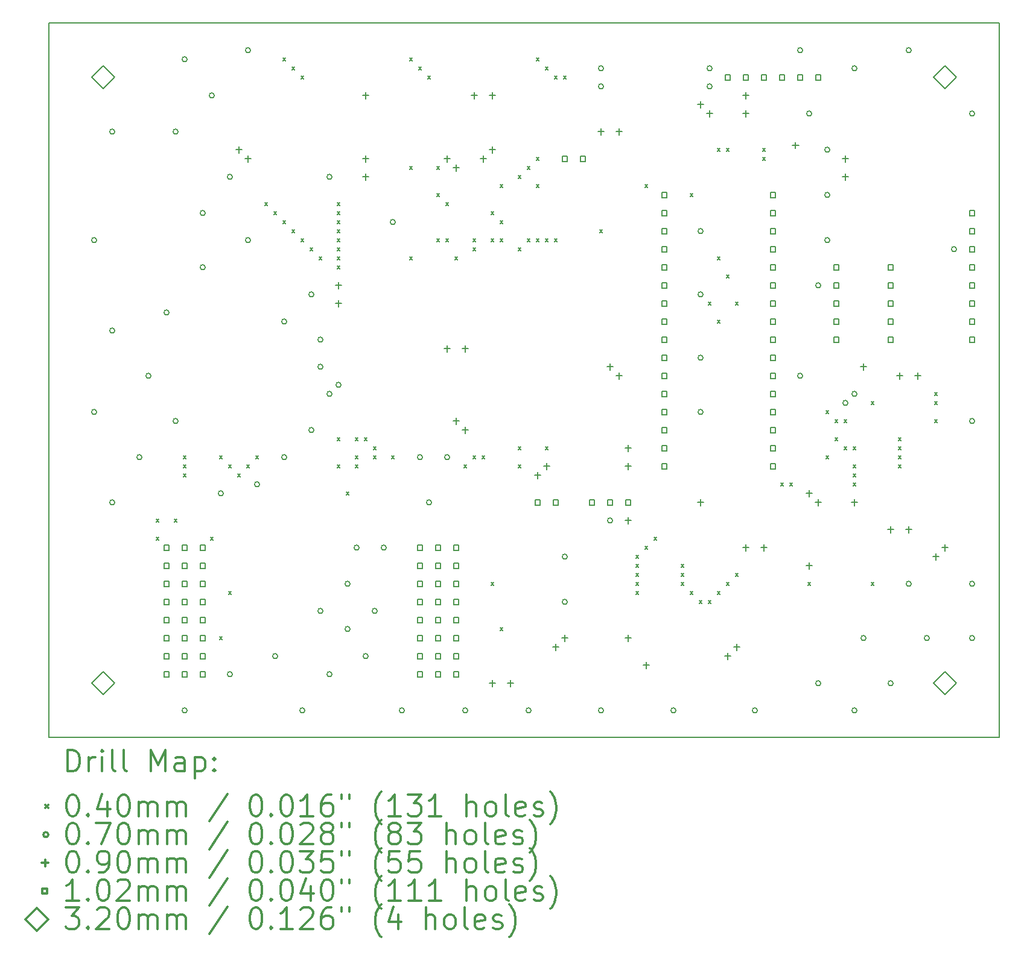
<source format=gbr>
%FSLAX45Y45*%
G04 Gerber Fmt 4.5, Leading zero omitted, Abs format (unit mm)*
G04 Created by KiCad (PCBNEW 4.0.7) date 01/15/20 08:27:35*
%MOMM*%
%LPD*%
G01*
G04 APERTURE LIST*
%ADD10C,0.127000*%
%ADD11C,0.150000*%
%ADD12C,0.200000*%
%ADD13C,0.300000*%
G04 APERTURE END LIST*
D10*
D11*
X0Y0D02*
X127000Y0D01*
X0Y-10033000D02*
X0Y0D01*
X13335000Y-10033000D02*
X0Y-10033000D01*
X13335000Y0D02*
X13335000Y-10033000D01*
X127000Y0D02*
X13335000Y0D01*
D12*
X1504000Y-6965000D02*
X1544000Y-7005000D01*
X1544000Y-6965000D02*
X1504000Y-7005000D01*
X1504000Y-7219000D02*
X1544000Y-7259000D01*
X1544000Y-7219000D02*
X1504000Y-7259000D01*
X1758000Y-6965000D02*
X1798000Y-7005000D01*
X1798000Y-6965000D02*
X1758000Y-7005000D01*
X1885000Y-6076000D02*
X1925000Y-6116000D01*
X1925000Y-6076000D02*
X1885000Y-6116000D01*
X1885000Y-6203000D02*
X1925000Y-6243000D01*
X1925000Y-6203000D02*
X1885000Y-6243000D01*
X1885000Y-6330000D02*
X1925000Y-6370000D01*
X1925000Y-6330000D02*
X1885000Y-6370000D01*
X2266000Y-7219000D02*
X2306000Y-7259000D01*
X2306000Y-7219000D02*
X2266000Y-7259000D01*
X2393000Y-6076000D02*
X2433000Y-6116000D01*
X2433000Y-6076000D02*
X2393000Y-6116000D01*
X2393000Y-8616000D02*
X2433000Y-8656000D01*
X2433000Y-8616000D02*
X2393000Y-8656000D01*
X2520000Y-6203000D02*
X2560000Y-6243000D01*
X2560000Y-6203000D02*
X2520000Y-6243000D01*
X2520000Y-7981000D02*
X2560000Y-8021000D01*
X2560000Y-7981000D02*
X2520000Y-8021000D01*
X2647000Y-6330000D02*
X2687000Y-6370000D01*
X2687000Y-6330000D02*
X2647000Y-6370000D01*
X2774000Y-6203000D02*
X2814000Y-6243000D01*
X2814000Y-6203000D02*
X2774000Y-6243000D01*
X2901000Y-6076000D02*
X2941000Y-6116000D01*
X2941000Y-6076000D02*
X2901000Y-6116000D01*
X3028000Y-2520000D02*
X3068000Y-2560000D01*
X3068000Y-2520000D02*
X3028000Y-2560000D01*
X3155000Y-2647000D02*
X3195000Y-2687000D01*
X3195000Y-2647000D02*
X3155000Y-2687000D01*
X3282000Y-488000D02*
X3322000Y-528000D01*
X3322000Y-488000D02*
X3282000Y-528000D01*
X3282000Y-2774000D02*
X3322000Y-2814000D01*
X3322000Y-2774000D02*
X3282000Y-2814000D01*
X3409000Y-615000D02*
X3449000Y-655000D01*
X3449000Y-615000D02*
X3409000Y-655000D01*
X3409000Y-2901000D02*
X3449000Y-2941000D01*
X3449000Y-2901000D02*
X3409000Y-2941000D01*
X3536000Y-742000D02*
X3576000Y-782000D01*
X3576000Y-742000D02*
X3536000Y-782000D01*
X3536000Y-3028000D02*
X3576000Y-3068000D01*
X3576000Y-3028000D02*
X3536000Y-3068000D01*
X3663000Y-3155000D02*
X3703000Y-3195000D01*
X3703000Y-3155000D02*
X3663000Y-3195000D01*
X3790000Y-3282000D02*
X3830000Y-3322000D01*
X3830000Y-3282000D02*
X3790000Y-3322000D01*
X4044000Y-2520000D02*
X4084000Y-2560000D01*
X4084000Y-2520000D02*
X4044000Y-2560000D01*
X4044000Y-2647000D02*
X4084000Y-2687000D01*
X4084000Y-2647000D02*
X4044000Y-2687000D01*
X4044000Y-2774000D02*
X4084000Y-2814000D01*
X4084000Y-2774000D02*
X4044000Y-2814000D01*
X4044000Y-2901000D02*
X4084000Y-2941000D01*
X4084000Y-2901000D02*
X4044000Y-2941000D01*
X4044000Y-3028000D02*
X4084000Y-3068000D01*
X4084000Y-3028000D02*
X4044000Y-3068000D01*
X4044000Y-3155000D02*
X4084000Y-3195000D01*
X4084000Y-3155000D02*
X4044000Y-3195000D01*
X4044000Y-3282000D02*
X4084000Y-3322000D01*
X4084000Y-3282000D02*
X4044000Y-3322000D01*
X4044000Y-3409000D02*
X4084000Y-3449000D01*
X4084000Y-3409000D02*
X4044000Y-3449000D01*
X4044000Y-5822000D02*
X4084000Y-5862000D01*
X4084000Y-5822000D02*
X4044000Y-5862000D01*
X4044000Y-6203000D02*
X4084000Y-6243000D01*
X4084000Y-6203000D02*
X4044000Y-6243000D01*
X4171000Y-6584000D02*
X4211000Y-6624000D01*
X4211000Y-6584000D02*
X4171000Y-6624000D01*
X4298000Y-5822000D02*
X4338000Y-5862000D01*
X4338000Y-5822000D02*
X4298000Y-5862000D01*
X4298000Y-6076000D02*
X4338000Y-6116000D01*
X4338000Y-6076000D02*
X4298000Y-6116000D01*
X4298000Y-6203000D02*
X4338000Y-6243000D01*
X4338000Y-6203000D02*
X4298000Y-6243000D01*
X4425000Y-5822000D02*
X4465000Y-5862000D01*
X4465000Y-5822000D02*
X4425000Y-5862000D01*
X4552000Y-5949000D02*
X4592000Y-5989000D01*
X4592000Y-5949000D02*
X4552000Y-5989000D01*
X4552000Y-6076000D02*
X4592000Y-6116000D01*
X4592000Y-6076000D02*
X4552000Y-6116000D01*
X4806000Y-6076000D02*
X4846000Y-6116000D01*
X4846000Y-6076000D02*
X4806000Y-6116000D01*
X5060000Y-488000D02*
X5100000Y-528000D01*
X5100000Y-488000D02*
X5060000Y-528000D01*
X5060000Y-2012000D02*
X5100000Y-2052000D01*
X5100000Y-2012000D02*
X5060000Y-2052000D01*
X5060000Y-3282000D02*
X5100000Y-3322000D01*
X5100000Y-3282000D02*
X5060000Y-3322000D01*
X5187000Y-615000D02*
X5227000Y-655000D01*
X5227000Y-615000D02*
X5187000Y-655000D01*
X5314000Y-742000D02*
X5354000Y-782000D01*
X5354000Y-742000D02*
X5314000Y-782000D01*
X5441000Y-2012000D02*
X5481000Y-2052000D01*
X5481000Y-2012000D02*
X5441000Y-2052000D01*
X5441000Y-2393000D02*
X5481000Y-2433000D01*
X5481000Y-2393000D02*
X5441000Y-2433000D01*
X5441000Y-3028000D02*
X5481000Y-3068000D01*
X5481000Y-3028000D02*
X5441000Y-3068000D01*
X5568000Y-2520000D02*
X5608000Y-2560000D01*
X5608000Y-2520000D02*
X5568000Y-2560000D01*
X5568000Y-3028000D02*
X5608000Y-3068000D01*
X5608000Y-3028000D02*
X5568000Y-3068000D01*
X5695000Y-3282000D02*
X5735000Y-3322000D01*
X5735000Y-3282000D02*
X5695000Y-3322000D01*
X5822000Y-6203000D02*
X5862000Y-6243000D01*
X5862000Y-6203000D02*
X5822000Y-6243000D01*
X5949000Y-3028000D02*
X5989000Y-3068000D01*
X5989000Y-3028000D02*
X5949000Y-3068000D01*
X5949000Y-3155000D02*
X5989000Y-3195000D01*
X5989000Y-3155000D02*
X5949000Y-3195000D01*
X5949000Y-6076000D02*
X5989000Y-6116000D01*
X5989000Y-6076000D02*
X5949000Y-6116000D01*
X6076000Y-6076000D02*
X6116000Y-6116000D01*
X6116000Y-6076000D02*
X6076000Y-6116000D01*
X6203000Y-2647000D02*
X6243000Y-2687000D01*
X6243000Y-2647000D02*
X6203000Y-2687000D01*
X6203000Y-3028000D02*
X6243000Y-3068000D01*
X6243000Y-3028000D02*
X6203000Y-3068000D01*
X6203000Y-7854000D02*
X6243000Y-7894000D01*
X6243000Y-7854000D02*
X6203000Y-7894000D01*
X6330000Y-2266000D02*
X6370000Y-2306000D01*
X6370000Y-2266000D02*
X6330000Y-2306000D01*
X6330000Y-2774000D02*
X6370000Y-2814000D01*
X6370000Y-2774000D02*
X6330000Y-2814000D01*
X6330000Y-3028000D02*
X6370000Y-3068000D01*
X6370000Y-3028000D02*
X6330000Y-3068000D01*
X6330000Y-8489000D02*
X6370000Y-8529000D01*
X6370000Y-8489000D02*
X6330000Y-8529000D01*
X6584000Y-2139000D02*
X6624000Y-2179000D01*
X6624000Y-2139000D02*
X6584000Y-2179000D01*
X6584000Y-3155000D02*
X6624000Y-3195000D01*
X6624000Y-3155000D02*
X6584000Y-3195000D01*
X6584000Y-5949000D02*
X6624000Y-5989000D01*
X6624000Y-5949000D02*
X6584000Y-5989000D01*
X6584000Y-6203000D02*
X6624000Y-6243000D01*
X6624000Y-6203000D02*
X6584000Y-6243000D01*
X6711000Y-2012000D02*
X6751000Y-2052000D01*
X6751000Y-2012000D02*
X6711000Y-2052000D01*
X6711000Y-3028000D02*
X6751000Y-3068000D01*
X6751000Y-3028000D02*
X6711000Y-3068000D01*
X6838000Y-488000D02*
X6878000Y-528000D01*
X6878000Y-488000D02*
X6838000Y-528000D01*
X6838000Y-1885000D02*
X6878000Y-1925000D01*
X6878000Y-1885000D02*
X6838000Y-1925000D01*
X6838000Y-2266000D02*
X6878000Y-2306000D01*
X6878000Y-2266000D02*
X6838000Y-2306000D01*
X6838000Y-3028000D02*
X6878000Y-3068000D01*
X6878000Y-3028000D02*
X6838000Y-3068000D01*
X6965000Y-615000D02*
X7005000Y-655000D01*
X7005000Y-615000D02*
X6965000Y-655000D01*
X6965000Y-3028000D02*
X7005000Y-3068000D01*
X7005000Y-3028000D02*
X6965000Y-3068000D01*
X6965000Y-5949000D02*
X7005000Y-5989000D01*
X7005000Y-5949000D02*
X6965000Y-5989000D01*
X7092000Y-742000D02*
X7132000Y-782000D01*
X7132000Y-742000D02*
X7092000Y-782000D01*
X7092000Y-3028000D02*
X7132000Y-3068000D01*
X7132000Y-3028000D02*
X7092000Y-3068000D01*
X7219000Y-742000D02*
X7259000Y-782000D01*
X7259000Y-742000D02*
X7219000Y-782000D01*
X7727000Y-2901000D02*
X7767000Y-2941000D01*
X7767000Y-2901000D02*
X7727000Y-2941000D01*
X8235000Y-7473000D02*
X8275000Y-7513000D01*
X8275000Y-7473000D02*
X8235000Y-7513000D01*
X8235000Y-7600000D02*
X8275000Y-7640000D01*
X8275000Y-7600000D02*
X8235000Y-7640000D01*
X8235000Y-7727000D02*
X8275000Y-7767000D01*
X8275000Y-7727000D02*
X8235000Y-7767000D01*
X8235000Y-7854000D02*
X8275000Y-7894000D01*
X8275000Y-7854000D02*
X8235000Y-7894000D01*
X8235000Y-7981000D02*
X8275000Y-8021000D01*
X8275000Y-7981000D02*
X8235000Y-8021000D01*
X8362000Y-2266000D02*
X8402000Y-2306000D01*
X8402000Y-2266000D02*
X8362000Y-2306000D01*
X8362000Y-7346000D02*
X8402000Y-7386000D01*
X8402000Y-7346000D02*
X8362000Y-7386000D01*
X8489000Y-7219000D02*
X8529000Y-7259000D01*
X8529000Y-7219000D02*
X8489000Y-7259000D01*
X8870000Y-7600000D02*
X8910000Y-7640000D01*
X8910000Y-7600000D02*
X8870000Y-7640000D01*
X8870000Y-7727000D02*
X8910000Y-7767000D01*
X8910000Y-7727000D02*
X8870000Y-7767000D01*
X8870000Y-7854000D02*
X8910000Y-7894000D01*
X8910000Y-7854000D02*
X8870000Y-7894000D01*
X8997000Y-2393000D02*
X9037000Y-2433000D01*
X9037000Y-2393000D02*
X8997000Y-2433000D01*
X8997000Y-7981000D02*
X9037000Y-8021000D01*
X9037000Y-7981000D02*
X8997000Y-8021000D01*
X9124000Y-8108000D02*
X9164000Y-8148000D01*
X9164000Y-8108000D02*
X9124000Y-8148000D01*
X9251000Y-3917000D02*
X9291000Y-3957000D01*
X9291000Y-3917000D02*
X9251000Y-3957000D01*
X9251000Y-8108000D02*
X9291000Y-8148000D01*
X9291000Y-8108000D02*
X9251000Y-8148000D01*
X9378000Y-1758000D02*
X9418000Y-1798000D01*
X9418000Y-1758000D02*
X9378000Y-1798000D01*
X9378000Y-3282000D02*
X9418000Y-3322000D01*
X9418000Y-3282000D02*
X9378000Y-3322000D01*
X9378000Y-4171000D02*
X9418000Y-4211000D01*
X9418000Y-4171000D02*
X9378000Y-4211000D01*
X9378000Y-7981000D02*
X9418000Y-8021000D01*
X9418000Y-7981000D02*
X9378000Y-8021000D01*
X9505000Y-1758000D02*
X9545000Y-1798000D01*
X9545000Y-1758000D02*
X9505000Y-1798000D01*
X9505000Y-3536000D02*
X9545000Y-3576000D01*
X9545000Y-3536000D02*
X9505000Y-3576000D01*
X9505000Y-7854000D02*
X9545000Y-7894000D01*
X9545000Y-7854000D02*
X9505000Y-7894000D01*
X9632000Y-3917000D02*
X9672000Y-3957000D01*
X9672000Y-3917000D02*
X9632000Y-3957000D01*
X9632000Y-7727000D02*
X9672000Y-7767000D01*
X9672000Y-7727000D02*
X9632000Y-7767000D01*
X10013000Y-1758000D02*
X10053000Y-1798000D01*
X10053000Y-1758000D02*
X10013000Y-1798000D01*
X10013000Y-1885000D02*
X10053000Y-1925000D01*
X10053000Y-1885000D02*
X10013000Y-1925000D01*
X10267000Y-6457000D02*
X10307000Y-6497000D01*
X10307000Y-6457000D02*
X10267000Y-6497000D01*
X10394000Y-6457000D02*
X10434000Y-6497000D01*
X10434000Y-6457000D02*
X10394000Y-6497000D01*
X10648000Y-7854000D02*
X10688000Y-7894000D01*
X10688000Y-7854000D02*
X10648000Y-7894000D01*
X10902000Y-5441000D02*
X10942000Y-5481000D01*
X10942000Y-5441000D02*
X10902000Y-5481000D01*
X10902000Y-6076000D02*
X10942000Y-6116000D01*
X10942000Y-6076000D02*
X10902000Y-6116000D01*
X11029000Y-5568000D02*
X11069000Y-5608000D01*
X11069000Y-5568000D02*
X11029000Y-5608000D01*
X11029000Y-5822000D02*
X11069000Y-5862000D01*
X11069000Y-5822000D02*
X11029000Y-5862000D01*
X11156000Y-5568000D02*
X11196000Y-5608000D01*
X11196000Y-5568000D02*
X11156000Y-5608000D01*
X11156000Y-5949000D02*
X11196000Y-5989000D01*
X11196000Y-5949000D02*
X11156000Y-5989000D01*
X11283000Y-5949000D02*
X11323000Y-5989000D01*
X11323000Y-5949000D02*
X11283000Y-5989000D01*
X11283000Y-6203000D02*
X11323000Y-6243000D01*
X11323000Y-6203000D02*
X11283000Y-6243000D01*
X11283000Y-6330000D02*
X11323000Y-6370000D01*
X11323000Y-6330000D02*
X11283000Y-6370000D01*
X11283000Y-6457000D02*
X11323000Y-6497000D01*
X11323000Y-6457000D02*
X11283000Y-6497000D01*
X11537000Y-5314000D02*
X11577000Y-5354000D01*
X11577000Y-5314000D02*
X11537000Y-5354000D01*
X11537000Y-7854000D02*
X11577000Y-7894000D01*
X11577000Y-7854000D02*
X11537000Y-7894000D01*
X11918000Y-5822000D02*
X11958000Y-5862000D01*
X11958000Y-5822000D02*
X11918000Y-5862000D01*
X11918000Y-5949000D02*
X11958000Y-5989000D01*
X11958000Y-5949000D02*
X11918000Y-5989000D01*
X11918000Y-6076000D02*
X11958000Y-6116000D01*
X11958000Y-6076000D02*
X11918000Y-6116000D01*
X11918000Y-6203000D02*
X11958000Y-6243000D01*
X11958000Y-6203000D02*
X11918000Y-6243000D01*
X12426000Y-5187000D02*
X12466000Y-5227000D01*
X12466000Y-5187000D02*
X12426000Y-5227000D01*
X12426000Y-5314000D02*
X12466000Y-5354000D01*
X12466000Y-5314000D02*
X12426000Y-5354000D01*
X12426000Y-5568000D02*
X12466000Y-5608000D01*
X12466000Y-5568000D02*
X12426000Y-5608000D01*
X670000Y-3048000D02*
G75*
G03X670000Y-3048000I-35000J0D01*
G01*
X670000Y-5461000D02*
G75*
G03X670000Y-5461000I-35000J0D01*
G01*
X924000Y-1524000D02*
G75*
G03X924000Y-1524000I-35000J0D01*
G01*
X924000Y-4318000D02*
G75*
G03X924000Y-4318000I-35000J0D01*
G01*
X924000Y-6731000D02*
G75*
G03X924000Y-6731000I-35000J0D01*
G01*
X1305000Y-6096000D02*
G75*
G03X1305000Y-6096000I-35000J0D01*
G01*
X1432000Y-4953000D02*
G75*
G03X1432000Y-4953000I-35000J0D01*
G01*
X1686000Y-4064000D02*
G75*
G03X1686000Y-4064000I-35000J0D01*
G01*
X1813000Y-1524000D02*
G75*
G03X1813000Y-1524000I-35000J0D01*
G01*
X1813000Y-5588000D02*
G75*
G03X1813000Y-5588000I-35000J0D01*
G01*
X1940000Y-508000D02*
G75*
G03X1940000Y-508000I-35000J0D01*
G01*
X1940000Y-9652000D02*
G75*
G03X1940000Y-9652000I-35000J0D01*
G01*
X2194000Y-2667000D02*
G75*
G03X2194000Y-2667000I-35000J0D01*
G01*
X2194000Y-3429000D02*
G75*
G03X2194000Y-3429000I-35000J0D01*
G01*
X2321000Y-1016000D02*
G75*
G03X2321000Y-1016000I-35000J0D01*
G01*
X2448000Y-6604000D02*
G75*
G03X2448000Y-6604000I-35000J0D01*
G01*
X2575000Y-2159000D02*
G75*
G03X2575000Y-2159000I-35000J0D01*
G01*
X2575000Y-9144000D02*
G75*
G03X2575000Y-9144000I-35000J0D01*
G01*
X2829000Y-381000D02*
G75*
G03X2829000Y-381000I-35000J0D01*
G01*
X2829000Y-3048000D02*
G75*
G03X2829000Y-3048000I-35000J0D01*
G01*
X2956000Y-6477000D02*
G75*
G03X2956000Y-6477000I-35000J0D01*
G01*
X3210000Y-8890000D02*
G75*
G03X3210000Y-8890000I-35000J0D01*
G01*
X3337000Y-4191000D02*
G75*
G03X3337000Y-4191000I-35000J0D01*
G01*
X3337000Y-6096000D02*
G75*
G03X3337000Y-6096000I-35000J0D01*
G01*
X3591000Y-9652000D02*
G75*
G03X3591000Y-9652000I-35000J0D01*
G01*
X3718000Y-3810000D02*
G75*
G03X3718000Y-3810000I-35000J0D01*
G01*
X3718000Y-5715000D02*
G75*
G03X3718000Y-5715000I-35000J0D01*
G01*
X3845000Y-4445000D02*
G75*
G03X3845000Y-4445000I-35000J0D01*
G01*
X3845000Y-4826000D02*
G75*
G03X3845000Y-4826000I-35000J0D01*
G01*
X3845000Y-8255000D02*
G75*
G03X3845000Y-8255000I-35000J0D01*
G01*
X3972000Y-2159000D02*
G75*
G03X3972000Y-2159000I-35000J0D01*
G01*
X3972000Y-5207000D02*
G75*
G03X3972000Y-5207000I-35000J0D01*
G01*
X3972000Y-9144000D02*
G75*
G03X3972000Y-9144000I-35000J0D01*
G01*
X4099000Y-5080000D02*
G75*
G03X4099000Y-5080000I-35000J0D01*
G01*
X4226000Y-7874000D02*
G75*
G03X4226000Y-7874000I-35000J0D01*
G01*
X4226000Y-8509000D02*
G75*
G03X4226000Y-8509000I-35000J0D01*
G01*
X4353000Y-7366000D02*
G75*
G03X4353000Y-7366000I-35000J0D01*
G01*
X4480000Y-8890000D02*
G75*
G03X4480000Y-8890000I-35000J0D01*
G01*
X4607000Y-8255000D02*
G75*
G03X4607000Y-8255000I-35000J0D01*
G01*
X4734000Y-7366000D02*
G75*
G03X4734000Y-7366000I-35000J0D01*
G01*
X4861000Y-2794000D02*
G75*
G03X4861000Y-2794000I-35000J0D01*
G01*
X4988000Y-9652000D02*
G75*
G03X4988000Y-9652000I-35000J0D01*
G01*
X5242000Y-6096000D02*
G75*
G03X5242000Y-6096000I-35000J0D01*
G01*
X5369000Y-6731000D02*
G75*
G03X5369000Y-6731000I-35000J0D01*
G01*
X5623000Y-6096000D02*
G75*
G03X5623000Y-6096000I-35000J0D01*
G01*
X5877000Y-9652000D02*
G75*
G03X5877000Y-9652000I-35000J0D01*
G01*
X6766000Y-9652000D02*
G75*
G03X6766000Y-9652000I-35000J0D01*
G01*
X7274000Y-7493000D02*
G75*
G03X7274000Y-7493000I-35000J0D01*
G01*
X7274000Y-8128000D02*
G75*
G03X7274000Y-8128000I-35000J0D01*
G01*
X7782000Y-635000D02*
G75*
G03X7782000Y-635000I-35000J0D01*
G01*
X7782000Y-889000D02*
G75*
G03X7782000Y-889000I-35000J0D01*
G01*
X7782000Y-9652000D02*
G75*
G03X7782000Y-9652000I-35000J0D01*
G01*
X7909000Y-6985000D02*
G75*
G03X7909000Y-6985000I-35000J0D01*
G01*
X8798000Y-9652000D02*
G75*
G03X8798000Y-9652000I-35000J0D01*
G01*
X9179000Y-2921000D02*
G75*
G03X9179000Y-2921000I-35000J0D01*
G01*
X9179000Y-3810000D02*
G75*
G03X9179000Y-3810000I-35000J0D01*
G01*
X9179000Y-4699000D02*
G75*
G03X9179000Y-4699000I-35000J0D01*
G01*
X9179000Y-5461000D02*
G75*
G03X9179000Y-5461000I-35000J0D01*
G01*
X9306000Y-635000D02*
G75*
G03X9306000Y-635000I-35000J0D01*
G01*
X9306000Y-889000D02*
G75*
G03X9306000Y-889000I-35000J0D01*
G01*
X9941000Y-9652000D02*
G75*
G03X9941000Y-9652000I-35000J0D01*
G01*
X10576000Y-381000D02*
G75*
G03X10576000Y-381000I-35000J0D01*
G01*
X10576000Y-4953000D02*
G75*
G03X10576000Y-4953000I-35000J0D01*
G01*
X10703000Y-1270000D02*
G75*
G03X10703000Y-1270000I-35000J0D01*
G01*
X10830000Y-3683000D02*
G75*
G03X10830000Y-3683000I-35000J0D01*
G01*
X10830000Y-9271000D02*
G75*
G03X10830000Y-9271000I-35000J0D01*
G01*
X10957000Y-1778000D02*
G75*
G03X10957000Y-1778000I-35000J0D01*
G01*
X10957000Y-2413000D02*
G75*
G03X10957000Y-2413000I-35000J0D01*
G01*
X10957000Y-3048000D02*
G75*
G03X10957000Y-3048000I-35000J0D01*
G01*
X11211000Y-5334000D02*
G75*
G03X11211000Y-5334000I-35000J0D01*
G01*
X11338000Y-635000D02*
G75*
G03X11338000Y-635000I-35000J0D01*
G01*
X11338000Y-5207000D02*
G75*
G03X11338000Y-5207000I-35000J0D01*
G01*
X11338000Y-9652000D02*
G75*
G03X11338000Y-9652000I-35000J0D01*
G01*
X11465000Y-8636000D02*
G75*
G03X11465000Y-8636000I-35000J0D01*
G01*
X11846000Y-9271000D02*
G75*
G03X11846000Y-9271000I-35000J0D01*
G01*
X12100000Y-381000D02*
G75*
G03X12100000Y-381000I-35000J0D01*
G01*
X12100000Y-7874000D02*
G75*
G03X12100000Y-7874000I-35000J0D01*
G01*
X12354000Y-8636000D02*
G75*
G03X12354000Y-8636000I-35000J0D01*
G01*
X12735000Y-3175000D02*
G75*
G03X12735000Y-3175000I-35000J0D01*
G01*
X12989000Y-1270000D02*
G75*
G03X12989000Y-1270000I-35000J0D01*
G01*
X12989000Y-5588000D02*
G75*
G03X12989000Y-5588000I-35000J0D01*
G01*
X12989000Y-7874000D02*
G75*
G03X12989000Y-7874000I-35000J0D01*
G01*
X12989000Y-8636000D02*
G75*
G03X12989000Y-8636000I-35000J0D01*
G01*
X2667000Y-1733000D02*
X2667000Y-1823000D01*
X2622000Y-1778000D02*
X2712000Y-1778000D01*
X2794000Y-1860000D02*
X2794000Y-1950000D01*
X2749000Y-1905000D02*
X2839000Y-1905000D01*
X4064000Y-3638000D02*
X4064000Y-3728000D01*
X4019000Y-3683000D02*
X4109000Y-3683000D01*
X4064000Y-3892000D02*
X4064000Y-3982000D01*
X4019000Y-3937000D02*
X4109000Y-3937000D01*
X4445000Y-971000D02*
X4445000Y-1061000D01*
X4400000Y-1016000D02*
X4490000Y-1016000D01*
X4445000Y-1860000D02*
X4445000Y-1950000D01*
X4400000Y-1905000D02*
X4490000Y-1905000D01*
X4445000Y-2114000D02*
X4445000Y-2204000D01*
X4400000Y-2159000D02*
X4490000Y-2159000D01*
X5588000Y-1860000D02*
X5588000Y-1950000D01*
X5543000Y-1905000D02*
X5633000Y-1905000D01*
X5588000Y-4527000D02*
X5588000Y-4617000D01*
X5543000Y-4572000D02*
X5633000Y-4572000D01*
X5715000Y-1987000D02*
X5715000Y-2077000D01*
X5670000Y-2032000D02*
X5760000Y-2032000D01*
X5715000Y-5543000D02*
X5715000Y-5633000D01*
X5670000Y-5588000D02*
X5760000Y-5588000D01*
X5842000Y-4527000D02*
X5842000Y-4617000D01*
X5797000Y-4572000D02*
X5887000Y-4572000D01*
X5842000Y-5670000D02*
X5842000Y-5760000D01*
X5797000Y-5715000D02*
X5887000Y-5715000D01*
X5969000Y-971000D02*
X5969000Y-1061000D01*
X5924000Y-1016000D02*
X6014000Y-1016000D01*
X6096000Y-1860000D02*
X6096000Y-1950000D01*
X6051000Y-1905000D02*
X6141000Y-1905000D01*
X6223000Y-971000D02*
X6223000Y-1061000D01*
X6178000Y-1016000D02*
X6268000Y-1016000D01*
X6223000Y-1733000D02*
X6223000Y-1823000D01*
X6178000Y-1778000D02*
X6268000Y-1778000D01*
X6223000Y-9226000D02*
X6223000Y-9316000D01*
X6178000Y-9271000D02*
X6268000Y-9271000D01*
X6477000Y-9226000D02*
X6477000Y-9316000D01*
X6432000Y-9271000D02*
X6522000Y-9271000D01*
X6858000Y-6305000D02*
X6858000Y-6395000D01*
X6813000Y-6350000D02*
X6903000Y-6350000D01*
X6985000Y-6178000D02*
X6985000Y-6268000D01*
X6940000Y-6223000D02*
X7030000Y-6223000D01*
X7112000Y-8718000D02*
X7112000Y-8808000D01*
X7067000Y-8763000D02*
X7157000Y-8763000D01*
X7239000Y-8591000D02*
X7239000Y-8681000D01*
X7194000Y-8636000D02*
X7284000Y-8636000D01*
X7747000Y-1479000D02*
X7747000Y-1569000D01*
X7702000Y-1524000D02*
X7792000Y-1524000D01*
X7874000Y-4781000D02*
X7874000Y-4871000D01*
X7829000Y-4826000D02*
X7919000Y-4826000D01*
X8001000Y-1479000D02*
X8001000Y-1569000D01*
X7956000Y-1524000D02*
X8046000Y-1524000D01*
X8001000Y-4908000D02*
X8001000Y-4998000D01*
X7956000Y-4953000D02*
X8046000Y-4953000D01*
X8128000Y-5924000D02*
X8128000Y-6014000D01*
X8083000Y-5969000D02*
X8173000Y-5969000D01*
X8128000Y-6178000D02*
X8128000Y-6268000D01*
X8083000Y-6223000D02*
X8173000Y-6223000D01*
X8128000Y-6940000D02*
X8128000Y-7030000D01*
X8083000Y-6985000D02*
X8173000Y-6985000D01*
X8128000Y-8591000D02*
X8128000Y-8681000D01*
X8083000Y-8636000D02*
X8173000Y-8636000D01*
X8382000Y-8972000D02*
X8382000Y-9062000D01*
X8337000Y-9017000D02*
X8427000Y-9017000D01*
X9144000Y-1098000D02*
X9144000Y-1188000D01*
X9099000Y-1143000D02*
X9189000Y-1143000D01*
X9144000Y-6686000D02*
X9144000Y-6776000D01*
X9099000Y-6731000D02*
X9189000Y-6731000D01*
X9271000Y-1225000D02*
X9271000Y-1315000D01*
X9226000Y-1270000D02*
X9316000Y-1270000D01*
X9525000Y-8845000D02*
X9525000Y-8935000D01*
X9480000Y-8890000D02*
X9570000Y-8890000D01*
X9652000Y-8718000D02*
X9652000Y-8808000D01*
X9607000Y-8763000D02*
X9697000Y-8763000D01*
X9779000Y-971000D02*
X9779000Y-1061000D01*
X9734000Y-1016000D02*
X9824000Y-1016000D01*
X9779000Y-1225000D02*
X9779000Y-1315000D01*
X9734000Y-1270000D02*
X9824000Y-1270000D01*
X9779000Y-7321000D02*
X9779000Y-7411000D01*
X9734000Y-7366000D02*
X9824000Y-7366000D01*
X10033000Y-7321000D02*
X10033000Y-7411000D01*
X9988000Y-7366000D02*
X10078000Y-7366000D01*
X10477500Y-1669500D02*
X10477500Y-1759500D01*
X10432500Y-1714500D02*
X10522500Y-1714500D01*
X10668000Y-6559000D02*
X10668000Y-6649000D01*
X10623000Y-6604000D02*
X10713000Y-6604000D01*
X10668000Y-7575000D02*
X10668000Y-7665000D01*
X10623000Y-7620000D02*
X10713000Y-7620000D01*
X10795000Y-6686000D02*
X10795000Y-6776000D01*
X10750000Y-6731000D02*
X10840000Y-6731000D01*
X11176000Y-1860000D02*
X11176000Y-1950000D01*
X11131000Y-1905000D02*
X11221000Y-1905000D01*
X11176000Y-2114000D02*
X11176000Y-2204000D01*
X11131000Y-2159000D02*
X11221000Y-2159000D01*
X11303000Y-6686000D02*
X11303000Y-6776000D01*
X11258000Y-6731000D02*
X11348000Y-6731000D01*
X11430000Y-4781000D02*
X11430000Y-4871000D01*
X11385000Y-4826000D02*
X11475000Y-4826000D01*
X11811000Y-7067000D02*
X11811000Y-7157000D01*
X11766000Y-7112000D02*
X11856000Y-7112000D01*
X11938000Y-4908000D02*
X11938000Y-4998000D01*
X11893000Y-4953000D02*
X11983000Y-4953000D01*
X12065000Y-7067000D02*
X12065000Y-7157000D01*
X12020000Y-7112000D02*
X12110000Y-7112000D01*
X12192000Y-4908000D02*
X12192000Y-4998000D01*
X12147000Y-4953000D02*
X12237000Y-4953000D01*
X12446000Y-7448000D02*
X12446000Y-7538000D01*
X12401000Y-7493000D02*
X12491000Y-7493000D01*
X12573000Y-7321000D02*
X12573000Y-7411000D01*
X12528000Y-7366000D02*
X12618000Y-7366000D01*
X1687063Y-7402063D02*
X1687063Y-7329937D01*
X1614937Y-7329937D01*
X1614937Y-7402063D01*
X1687063Y-7402063D01*
X1687063Y-7656063D02*
X1687063Y-7583937D01*
X1614937Y-7583937D01*
X1614937Y-7656063D01*
X1687063Y-7656063D01*
X1687063Y-7910063D02*
X1687063Y-7837937D01*
X1614937Y-7837937D01*
X1614937Y-7910063D01*
X1687063Y-7910063D01*
X1687063Y-8164063D02*
X1687063Y-8091937D01*
X1614937Y-8091937D01*
X1614937Y-8164063D01*
X1687063Y-8164063D01*
X1687063Y-8418063D02*
X1687063Y-8345937D01*
X1614937Y-8345937D01*
X1614937Y-8418063D01*
X1687063Y-8418063D01*
X1687063Y-8672063D02*
X1687063Y-8599937D01*
X1614937Y-8599937D01*
X1614937Y-8672063D01*
X1687063Y-8672063D01*
X1687063Y-8926063D02*
X1687063Y-8853937D01*
X1614937Y-8853937D01*
X1614937Y-8926063D01*
X1687063Y-8926063D01*
X1687063Y-9180063D02*
X1687063Y-9107937D01*
X1614937Y-9107937D01*
X1614937Y-9180063D01*
X1687063Y-9180063D01*
X1941063Y-7402063D02*
X1941063Y-7329937D01*
X1868937Y-7329937D01*
X1868937Y-7402063D01*
X1941063Y-7402063D01*
X1941063Y-7656063D02*
X1941063Y-7583937D01*
X1868937Y-7583937D01*
X1868937Y-7656063D01*
X1941063Y-7656063D01*
X1941063Y-7910063D02*
X1941063Y-7837937D01*
X1868937Y-7837937D01*
X1868937Y-7910063D01*
X1941063Y-7910063D01*
X1941063Y-8164063D02*
X1941063Y-8091937D01*
X1868937Y-8091937D01*
X1868937Y-8164063D01*
X1941063Y-8164063D01*
X1941063Y-8418063D02*
X1941063Y-8345937D01*
X1868937Y-8345937D01*
X1868937Y-8418063D01*
X1941063Y-8418063D01*
X1941063Y-8672063D02*
X1941063Y-8599937D01*
X1868937Y-8599937D01*
X1868937Y-8672063D01*
X1941063Y-8672063D01*
X1941063Y-8926063D02*
X1941063Y-8853937D01*
X1868937Y-8853937D01*
X1868937Y-8926063D01*
X1941063Y-8926063D01*
X1941063Y-9180063D02*
X1941063Y-9107937D01*
X1868937Y-9107937D01*
X1868937Y-9180063D01*
X1941063Y-9180063D01*
X2195063Y-7402063D02*
X2195063Y-7329937D01*
X2122937Y-7329937D01*
X2122937Y-7402063D01*
X2195063Y-7402063D01*
X2195063Y-7656063D02*
X2195063Y-7583937D01*
X2122937Y-7583937D01*
X2122937Y-7656063D01*
X2195063Y-7656063D01*
X2195063Y-7910063D02*
X2195063Y-7837937D01*
X2122937Y-7837937D01*
X2122937Y-7910063D01*
X2195063Y-7910063D01*
X2195063Y-8164063D02*
X2195063Y-8091937D01*
X2122937Y-8091937D01*
X2122937Y-8164063D01*
X2195063Y-8164063D01*
X2195063Y-8418063D02*
X2195063Y-8345937D01*
X2122937Y-8345937D01*
X2122937Y-8418063D01*
X2195063Y-8418063D01*
X2195063Y-8672063D02*
X2195063Y-8599937D01*
X2122937Y-8599937D01*
X2122937Y-8672063D01*
X2195063Y-8672063D01*
X2195063Y-8926063D02*
X2195063Y-8853937D01*
X2122937Y-8853937D01*
X2122937Y-8926063D01*
X2195063Y-8926063D01*
X2195063Y-9180063D02*
X2195063Y-9107937D01*
X2122937Y-9107937D01*
X2122937Y-9180063D01*
X2195063Y-9180063D01*
X5243063Y-7402063D02*
X5243063Y-7329937D01*
X5170937Y-7329937D01*
X5170937Y-7402063D01*
X5243063Y-7402063D01*
X5243063Y-7656063D02*
X5243063Y-7583937D01*
X5170937Y-7583937D01*
X5170937Y-7656063D01*
X5243063Y-7656063D01*
X5243063Y-7910063D02*
X5243063Y-7837937D01*
X5170937Y-7837937D01*
X5170937Y-7910063D01*
X5243063Y-7910063D01*
X5243063Y-8164063D02*
X5243063Y-8091937D01*
X5170937Y-8091937D01*
X5170937Y-8164063D01*
X5243063Y-8164063D01*
X5243063Y-8418063D02*
X5243063Y-8345937D01*
X5170937Y-8345937D01*
X5170937Y-8418063D01*
X5243063Y-8418063D01*
X5243063Y-8672063D02*
X5243063Y-8599937D01*
X5170937Y-8599937D01*
X5170937Y-8672063D01*
X5243063Y-8672063D01*
X5243063Y-8926063D02*
X5243063Y-8853937D01*
X5170937Y-8853937D01*
X5170937Y-8926063D01*
X5243063Y-8926063D01*
X5243063Y-9180063D02*
X5243063Y-9107937D01*
X5170937Y-9107937D01*
X5170937Y-9180063D01*
X5243063Y-9180063D01*
X5497063Y-7402063D02*
X5497063Y-7329937D01*
X5424937Y-7329937D01*
X5424937Y-7402063D01*
X5497063Y-7402063D01*
X5497063Y-7656063D02*
X5497063Y-7583937D01*
X5424937Y-7583937D01*
X5424937Y-7656063D01*
X5497063Y-7656063D01*
X5497063Y-7910063D02*
X5497063Y-7837937D01*
X5424937Y-7837937D01*
X5424937Y-7910063D01*
X5497063Y-7910063D01*
X5497063Y-8164063D02*
X5497063Y-8091937D01*
X5424937Y-8091937D01*
X5424937Y-8164063D01*
X5497063Y-8164063D01*
X5497063Y-8418063D02*
X5497063Y-8345937D01*
X5424937Y-8345937D01*
X5424937Y-8418063D01*
X5497063Y-8418063D01*
X5497063Y-8672063D02*
X5497063Y-8599937D01*
X5424937Y-8599937D01*
X5424937Y-8672063D01*
X5497063Y-8672063D01*
X5497063Y-8926063D02*
X5497063Y-8853937D01*
X5424937Y-8853937D01*
X5424937Y-8926063D01*
X5497063Y-8926063D01*
X5497063Y-9180063D02*
X5497063Y-9107937D01*
X5424937Y-9107937D01*
X5424937Y-9180063D01*
X5497063Y-9180063D01*
X5751063Y-7402063D02*
X5751063Y-7329937D01*
X5678937Y-7329937D01*
X5678937Y-7402063D01*
X5751063Y-7402063D01*
X5751063Y-7656063D02*
X5751063Y-7583937D01*
X5678937Y-7583937D01*
X5678937Y-7656063D01*
X5751063Y-7656063D01*
X5751063Y-7910063D02*
X5751063Y-7837937D01*
X5678937Y-7837937D01*
X5678937Y-7910063D01*
X5751063Y-7910063D01*
X5751063Y-8164063D02*
X5751063Y-8091937D01*
X5678937Y-8091937D01*
X5678937Y-8164063D01*
X5751063Y-8164063D01*
X5751063Y-8418063D02*
X5751063Y-8345937D01*
X5678937Y-8345937D01*
X5678937Y-8418063D01*
X5751063Y-8418063D01*
X5751063Y-8672063D02*
X5751063Y-8599937D01*
X5678937Y-8599937D01*
X5678937Y-8672063D01*
X5751063Y-8672063D01*
X5751063Y-8926063D02*
X5751063Y-8853937D01*
X5678937Y-8853937D01*
X5678937Y-8926063D01*
X5751063Y-8926063D01*
X5751063Y-9180063D02*
X5751063Y-9107937D01*
X5678937Y-9107937D01*
X5678937Y-9180063D01*
X5751063Y-9180063D01*
X6894063Y-6767063D02*
X6894063Y-6694937D01*
X6821937Y-6694937D01*
X6821937Y-6767063D01*
X6894063Y-6767063D01*
X7148063Y-6767063D02*
X7148063Y-6694937D01*
X7075937Y-6694937D01*
X7075937Y-6767063D01*
X7148063Y-6767063D01*
X7275063Y-1941063D02*
X7275063Y-1868937D01*
X7202937Y-1868937D01*
X7202937Y-1941063D01*
X7275063Y-1941063D01*
X7529063Y-1941063D02*
X7529063Y-1868937D01*
X7456937Y-1868937D01*
X7456937Y-1941063D01*
X7529063Y-1941063D01*
X7656063Y-6767063D02*
X7656063Y-6694937D01*
X7583937Y-6694937D01*
X7583937Y-6767063D01*
X7656063Y-6767063D01*
X7910063Y-6767063D02*
X7910063Y-6694937D01*
X7837937Y-6694937D01*
X7837937Y-6767063D01*
X7910063Y-6767063D01*
X8164063Y-6767063D02*
X8164063Y-6694937D01*
X8091937Y-6694937D01*
X8091937Y-6767063D01*
X8164063Y-6767063D01*
X8672063Y-2449063D02*
X8672063Y-2376937D01*
X8599937Y-2376937D01*
X8599937Y-2449063D01*
X8672063Y-2449063D01*
X8672063Y-2703063D02*
X8672063Y-2630937D01*
X8599937Y-2630937D01*
X8599937Y-2703063D01*
X8672063Y-2703063D01*
X8672063Y-2957063D02*
X8672063Y-2884937D01*
X8599937Y-2884937D01*
X8599937Y-2957063D01*
X8672063Y-2957063D01*
X8672063Y-3211063D02*
X8672063Y-3138937D01*
X8599937Y-3138937D01*
X8599937Y-3211063D01*
X8672063Y-3211063D01*
X8672063Y-3465063D02*
X8672063Y-3392937D01*
X8599937Y-3392937D01*
X8599937Y-3465063D01*
X8672063Y-3465063D01*
X8672063Y-3719063D02*
X8672063Y-3646937D01*
X8599937Y-3646937D01*
X8599937Y-3719063D01*
X8672063Y-3719063D01*
X8672063Y-3973063D02*
X8672063Y-3900937D01*
X8599937Y-3900937D01*
X8599937Y-3973063D01*
X8672063Y-3973063D01*
X8672063Y-4227063D02*
X8672063Y-4154937D01*
X8599937Y-4154937D01*
X8599937Y-4227063D01*
X8672063Y-4227063D01*
X8672063Y-4481063D02*
X8672063Y-4408937D01*
X8599937Y-4408937D01*
X8599937Y-4481063D01*
X8672063Y-4481063D01*
X8672063Y-4735063D02*
X8672063Y-4662937D01*
X8599937Y-4662937D01*
X8599937Y-4735063D01*
X8672063Y-4735063D01*
X8672063Y-4989063D02*
X8672063Y-4916937D01*
X8599937Y-4916937D01*
X8599937Y-4989063D01*
X8672063Y-4989063D01*
X8672063Y-5243063D02*
X8672063Y-5170937D01*
X8599937Y-5170937D01*
X8599937Y-5243063D01*
X8672063Y-5243063D01*
X8672063Y-5497063D02*
X8672063Y-5424937D01*
X8599937Y-5424937D01*
X8599937Y-5497063D01*
X8672063Y-5497063D01*
X8672063Y-5751063D02*
X8672063Y-5678937D01*
X8599937Y-5678937D01*
X8599937Y-5751063D01*
X8672063Y-5751063D01*
X8672063Y-6005063D02*
X8672063Y-5932937D01*
X8599937Y-5932937D01*
X8599937Y-6005063D01*
X8672063Y-6005063D01*
X8672063Y-6259063D02*
X8672063Y-6186937D01*
X8599937Y-6186937D01*
X8599937Y-6259063D01*
X8672063Y-6259063D01*
X9561063Y-798063D02*
X9561063Y-725937D01*
X9488937Y-725937D01*
X9488937Y-798063D01*
X9561063Y-798063D01*
X9815063Y-798063D02*
X9815063Y-725937D01*
X9742937Y-725937D01*
X9742937Y-798063D01*
X9815063Y-798063D01*
X10069063Y-798063D02*
X10069063Y-725937D01*
X9996937Y-725937D01*
X9996937Y-798063D01*
X10069063Y-798063D01*
X10196063Y-2449063D02*
X10196063Y-2376937D01*
X10123937Y-2376937D01*
X10123937Y-2449063D01*
X10196063Y-2449063D01*
X10196063Y-2703063D02*
X10196063Y-2630937D01*
X10123937Y-2630937D01*
X10123937Y-2703063D01*
X10196063Y-2703063D01*
X10196063Y-2957063D02*
X10196063Y-2884937D01*
X10123937Y-2884937D01*
X10123937Y-2957063D01*
X10196063Y-2957063D01*
X10196063Y-3211063D02*
X10196063Y-3138937D01*
X10123937Y-3138937D01*
X10123937Y-3211063D01*
X10196063Y-3211063D01*
X10196063Y-3465063D02*
X10196063Y-3392937D01*
X10123937Y-3392937D01*
X10123937Y-3465063D01*
X10196063Y-3465063D01*
X10196063Y-3719063D02*
X10196063Y-3646937D01*
X10123937Y-3646937D01*
X10123937Y-3719063D01*
X10196063Y-3719063D01*
X10196063Y-3973063D02*
X10196063Y-3900937D01*
X10123937Y-3900937D01*
X10123937Y-3973063D01*
X10196063Y-3973063D01*
X10196063Y-4227063D02*
X10196063Y-4154937D01*
X10123937Y-4154937D01*
X10123937Y-4227063D01*
X10196063Y-4227063D01*
X10196063Y-4481063D02*
X10196063Y-4408937D01*
X10123937Y-4408937D01*
X10123937Y-4481063D01*
X10196063Y-4481063D01*
X10196063Y-4735063D02*
X10196063Y-4662937D01*
X10123937Y-4662937D01*
X10123937Y-4735063D01*
X10196063Y-4735063D01*
X10196063Y-4989063D02*
X10196063Y-4916937D01*
X10123937Y-4916937D01*
X10123937Y-4989063D01*
X10196063Y-4989063D01*
X10196063Y-5243063D02*
X10196063Y-5170937D01*
X10123937Y-5170937D01*
X10123937Y-5243063D01*
X10196063Y-5243063D01*
X10196063Y-5497063D02*
X10196063Y-5424937D01*
X10123937Y-5424937D01*
X10123937Y-5497063D01*
X10196063Y-5497063D01*
X10196063Y-5751063D02*
X10196063Y-5678937D01*
X10123937Y-5678937D01*
X10123937Y-5751063D01*
X10196063Y-5751063D01*
X10196063Y-6005063D02*
X10196063Y-5932937D01*
X10123937Y-5932937D01*
X10123937Y-6005063D01*
X10196063Y-6005063D01*
X10196063Y-6259063D02*
X10196063Y-6186937D01*
X10123937Y-6186937D01*
X10123937Y-6259063D01*
X10196063Y-6259063D01*
X10323063Y-798063D02*
X10323063Y-725937D01*
X10250937Y-725937D01*
X10250937Y-798063D01*
X10323063Y-798063D01*
X10577063Y-798063D02*
X10577063Y-725937D01*
X10504937Y-725937D01*
X10504937Y-798063D01*
X10577063Y-798063D01*
X10831063Y-798063D02*
X10831063Y-725937D01*
X10758937Y-725937D01*
X10758937Y-798063D01*
X10831063Y-798063D01*
X11085063Y-3465063D02*
X11085063Y-3392937D01*
X11012937Y-3392937D01*
X11012937Y-3465063D01*
X11085063Y-3465063D01*
X11085063Y-3719063D02*
X11085063Y-3646937D01*
X11012937Y-3646937D01*
X11012937Y-3719063D01*
X11085063Y-3719063D01*
X11085063Y-3973063D02*
X11085063Y-3900937D01*
X11012937Y-3900937D01*
X11012937Y-3973063D01*
X11085063Y-3973063D01*
X11085063Y-4227063D02*
X11085063Y-4154937D01*
X11012937Y-4154937D01*
X11012937Y-4227063D01*
X11085063Y-4227063D01*
X11085063Y-4481063D02*
X11085063Y-4408937D01*
X11012937Y-4408937D01*
X11012937Y-4481063D01*
X11085063Y-4481063D01*
X11847063Y-3465063D02*
X11847063Y-3392937D01*
X11774937Y-3392937D01*
X11774937Y-3465063D01*
X11847063Y-3465063D01*
X11847063Y-3719063D02*
X11847063Y-3646937D01*
X11774937Y-3646937D01*
X11774937Y-3719063D01*
X11847063Y-3719063D01*
X11847063Y-3973063D02*
X11847063Y-3900937D01*
X11774937Y-3900937D01*
X11774937Y-3973063D01*
X11847063Y-3973063D01*
X11847063Y-4227063D02*
X11847063Y-4154937D01*
X11774937Y-4154937D01*
X11774937Y-4227063D01*
X11847063Y-4227063D01*
X11847063Y-4481063D02*
X11847063Y-4408937D01*
X11774937Y-4408937D01*
X11774937Y-4481063D01*
X11847063Y-4481063D01*
X12990063Y-2703063D02*
X12990063Y-2630937D01*
X12917937Y-2630937D01*
X12917937Y-2703063D01*
X12990063Y-2703063D01*
X12990063Y-2957063D02*
X12990063Y-2884937D01*
X12917937Y-2884937D01*
X12917937Y-2957063D01*
X12990063Y-2957063D01*
X12990063Y-3211063D02*
X12990063Y-3138937D01*
X12917937Y-3138937D01*
X12917937Y-3211063D01*
X12990063Y-3211063D01*
X12990063Y-3465063D02*
X12990063Y-3392937D01*
X12917937Y-3392937D01*
X12917937Y-3465063D01*
X12990063Y-3465063D01*
X12990063Y-3719063D02*
X12990063Y-3646937D01*
X12917937Y-3646937D01*
X12917937Y-3719063D01*
X12990063Y-3719063D01*
X12990063Y-3973063D02*
X12990063Y-3900937D01*
X12917937Y-3900937D01*
X12917937Y-3973063D01*
X12990063Y-3973063D01*
X12990063Y-4227063D02*
X12990063Y-4154937D01*
X12917937Y-4154937D01*
X12917937Y-4227063D01*
X12990063Y-4227063D01*
X12990063Y-4481063D02*
X12990063Y-4408937D01*
X12917937Y-4408937D01*
X12917937Y-4481063D01*
X12990063Y-4481063D01*
X762000Y-922000D02*
X922000Y-762000D01*
X762000Y-602000D01*
X602000Y-762000D01*
X762000Y-922000D01*
X762000Y-9431000D02*
X922000Y-9271000D01*
X762000Y-9111000D01*
X602000Y-9271000D01*
X762000Y-9431000D01*
X12573000Y-922000D02*
X12733000Y-762000D01*
X12573000Y-602000D01*
X12413000Y-762000D01*
X12573000Y-922000D01*
X12573000Y-9431000D02*
X12733000Y-9271000D01*
X12573000Y-9111000D01*
X12413000Y-9271000D01*
X12573000Y-9431000D01*
D13*
X263929Y-10506214D02*
X263929Y-10206214D01*
X335357Y-10206214D01*
X378214Y-10220500D01*
X406786Y-10249072D01*
X421071Y-10277643D01*
X435357Y-10334786D01*
X435357Y-10377643D01*
X421071Y-10434786D01*
X406786Y-10463357D01*
X378214Y-10491929D01*
X335357Y-10506214D01*
X263929Y-10506214D01*
X563929Y-10506214D02*
X563929Y-10306214D01*
X563929Y-10363357D02*
X578214Y-10334786D01*
X592500Y-10320500D01*
X621071Y-10306214D01*
X649643Y-10306214D01*
X749643Y-10506214D02*
X749643Y-10306214D01*
X749643Y-10206214D02*
X735357Y-10220500D01*
X749643Y-10234786D01*
X763928Y-10220500D01*
X749643Y-10206214D01*
X749643Y-10234786D01*
X935357Y-10506214D02*
X906786Y-10491929D01*
X892500Y-10463357D01*
X892500Y-10206214D01*
X1092500Y-10506214D02*
X1063929Y-10491929D01*
X1049643Y-10463357D01*
X1049643Y-10206214D01*
X1435357Y-10506214D02*
X1435357Y-10206214D01*
X1535357Y-10420500D01*
X1635357Y-10206214D01*
X1635357Y-10506214D01*
X1906786Y-10506214D02*
X1906786Y-10349072D01*
X1892500Y-10320500D01*
X1863928Y-10306214D01*
X1806786Y-10306214D01*
X1778214Y-10320500D01*
X1906786Y-10491929D02*
X1878214Y-10506214D01*
X1806786Y-10506214D01*
X1778214Y-10491929D01*
X1763928Y-10463357D01*
X1763928Y-10434786D01*
X1778214Y-10406214D01*
X1806786Y-10391929D01*
X1878214Y-10391929D01*
X1906786Y-10377643D01*
X2049643Y-10306214D02*
X2049643Y-10606214D01*
X2049643Y-10320500D02*
X2078214Y-10306214D01*
X2135357Y-10306214D01*
X2163929Y-10320500D01*
X2178214Y-10334786D01*
X2192500Y-10363357D01*
X2192500Y-10449072D01*
X2178214Y-10477643D01*
X2163929Y-10491929D01*
X2135357Y-10506214D01*
X2078214Y-10506214D01*
X2049643Y-10491929D01*
X2321071Y-10477643D02*
X2335357Y-10491929D01*
X2321071Y-10506214D01*
X2306786Y-10491929D01*
X2321071Y-10477643D01*
X2321071Y-10506214D01*
X2321071Y-10320500D02*
X2335357Y-10334786D01*
X2321071Y-10349072D01*
X2306786Y-10334786D01*
X2321071Y-10320500D01*
X2321071Y-10349072D01*
X-47500Y-10980500D02*
X-7500Y-11020500D01*
X-7500Y-10980500D02*
X-47500Y-11020500D01*
X321071Y-10836214D02*
X349643Y-10836214D01*
X378214Y-10850500D01*
X392500Y-10864786D01*
X406786Y-10893357D01*
X421071Y-10950500D01*
X421071Y-11021929D01*
X406786Y-11079072D01*
X392500Y-11107643D01*
X378214Y-11121929D01*
X349643Y-11136214D01*
X321071Y-11136214D01*
X292500Y-11121929D01*
X278214Y-11107643D01*
X263929Y-11079072D01*
X249643Y-11021929D01*
X249643Y-10950500D01*
X263929Y-10893357D01*
X278214Y-10864786D01*
X292500Y-10850500D01*
X321071Y-10836214D01*
X549643Y-11107643D02*
X563929Y-11121929D01*
X549643Y-11136214D01*
X535357Y-11121929D01*
X549643Y-11107643D01*
X549643Y-11136214D01*
X821071Y-10936214D02*
X821071Y-11136214D01*
X749643Y-10821929D02*
X678214Y-11036214D01*
X863928Y-11036214D01*
X1035357Y-10836214D02*
X1063929Y-10836214D01*
X1092500Y-10850500D01*
X1106786Y-10864786D01*
X1121071Y-10893357D01*
X1135357Y-10950500D01*
X1135357Y-11021929D01*
X1121071Y-11079072D01*
X1106786Y-11107643D01*
X1092500Y-11121929D01*
X1063929Y-11136214D01*
X1035357Y-11136214D01*
X1006786Y-11121929D01*
X992500Y-11107643D01*
X978214Y-11079072D01*
X963928Y-11021929D01*
X963928Y-10950500D01*
X978214Y-10893357D01*
X992500Y-10864786D01*
X1006786Y-10850500D01*
X1035357Y-10836214D01*
X1263929Y-11136214D02*
X1263929Y-10936214D01*
X1263929Y-10964786D02*
X1278214Y-10950500D01*
X1306786Y-10936214D01*
X1349643Y-10936214D01*
X1378214Y-10950500D01*
X1392500Y-10979072D01*
X1392500Y-11136214D01*
X1392500Y-10979072D02*
X1406786Y-10950500D01*
X1435357Y-10936214D01*
X1478214Y-10936214D01*
X1506786Y-10950500D01*
X1521071Y-10979072D01*
X1521071Y-11136214D01*
X1663928Y-11136214D02*
X1663928Y-10936214D01*
X1663928Y-10964786D02*
X1678214Y-10950500D01*
X1706786Y-10936214D01*
X1749643Y-10936214D01*
X1778214Y-10950500D01*
X1792500Y-10979072D01*
X1792500Y-11136214D01*
X1792500Y-10979072D02*
X1806786Y-10950500D01*
X1835357Y-10936214D01*
X1878214Y-10936214D01*
X1906786Y-10950500D01*
X1921071Y-10979072D01*
X1921071Y-11136214D01*
X2506786Y-10821929D02*
X2249643Y-11207643D01*
X2892500Y-10836214D02*
X2921071Y-10836214D01*
X2949643Y-10850500D01*
X2963928Y-10864786D01*
X2978214Y-10893357D01*
X2992500Y-10950500D01*
X2992500Y-11021929D01*
X2978214Y-11079072D01*
X2963928Y-11107643D01*
X2949643Y-11121929D01*
X2921071Y-11136214D01*
X2892500Y-11136214D01*
X2863928Y-11121929D01*
X2849643Y-11107643D01*
X2835357Y-11079072D01*
X2821071Y-11021929D01*
X2821071Y-10950500D01*
X2835357Y-10893357D01*
X2849643Y-10864786D01*
X2863928Y-10850500D01*
X2892500Y-10836214D01*
X3121071Y-11107643D02*
X3135357Y-11121929D01*
X3121071Y-11136214D01*
X3106786Y-11121929D01*
X3121071Y-11107643D01*
X3121071Y-11136214D01*
X3321071Y-10836214D02*
X3349643Y-10836214D01*
X3378214Y-10850500D01*
X3392500Y-10864786D01*
X3406785Y-10893357D01*
X3421071Y-10950500D01*
X3421071Y-11021929D01*
X3406785Y-11079072D01*
X3392500Y-11107643D01*
X3378214Y-11121929D01*
X3349643Y-11136214D01*
X3321071Y-11136214D01*
X3292500Y-11121929D01*
X3278214Y-11107643D01*
X3263928Y-11079072D01*
X3249643Y-11021929D01*
X3249643Y-10950500D01*
X3263928Y-10893357D01*
X3278214Y-10864786D01*
X3292500Y-10850500D01*
X3321071Y-10836214D01*
X3706785Y-11136214D02*
X3535357Y-11136214D01*
X3621071Y-11136214D02*
X3621071Y-10836214D01*
X3592500Y-10879072D01*
X3563928Y-10907643D01*
X3535357Y-10921929D01*
X3963928Y-10836214D02*
X3906785Y-10836214D01*
X3878214Y-10850500D01*
X3863928Y-10864786D01*
X3835357Y-10907643D01*
X3821071Y-10964786D01*
X3821071Y-11079072D01*
X3835357Y-11107643D01*
X3849643Y-11121929D01*
X3878214Y-11136214D01*
X3935357Y-11136214D01*
X3963928Y-11121929D01*
X3978214Y-11107643D01*
X3992500Y-11079072D01*
X3992500Y-11007643D01*
X3978214Y-10979072D01*
X3963928Y-10964786D01*
X3935357Y-10950500D01*
X3878214Y-10950500D01*
X3849643Y-10964786D01*
X3835357Y-10979072D01*
X3821071Y-11007643D01*
X4106786Y-10836214D02*
X4106786Y-10893357D01*
X4221071Y-10836214D02*
X4221071Y-10893357D01*
X4663928Y-11250500D02*
X4649643Y-11236214D01*
X4621071Y-11193357D01*
X4606786Y-11164786D01*
X4592500Y-11121929D01*
X4578214Y-11050500D01*
X4578214Y-10993357D01*
X4592500Y-10921929D01*
X4606786Y-10879072D01*
X4621071Y-10850500D01*
X4649643Y-10807643D01*
X4663928Y-10793357D01*
X4935357Y-11136214D02*
X4763928Y-11136214D01*
X4849643Y-11136214D02*
X4849643Y-10836214D01*
X4821071Y-10879072D01*
X4792500Y-10907643D01*
X4763928Y-10921929D01*
X5035357Y-10836214D02*
X5221071Y-10836214D01*
X5121071Y-10950500D01*
X5163928Y-10950500D01*
X5192500Y-10964786D01*
X5206786Y-10979072D01*
X5221071Y-11007643D01*
X5221071Y-11079072D01*
X5206786Y-11107643D01*
X5192500Y-11121929D01*
X5163928Y-11136214D01*
X5078214Y-11136214D01*
X5049643Y-11121929D01*
X5035357Y-11107643D01*
X5506786Y-11136214D02*
X5335357Y-11136214D01*
X5421071Y-11136214D02*
X5421071Y-10836214D01*
X5392500Y-10879072D01*
X5363928Y-10907643D01*
X5335357Y-10921929D01*
X5863928Y-11136214D02*
X5863928Y-10836214D01*
X5992500Y-11136214D02*
X5992500Y-10979072D01*
X5978214Y-10950500D01*
X5949643Y-10936214D01*
X5906785Y-10936214D01*
X5878214Y-10950500D01*
X5863928Y-10964786D01*
X6178214Y-11136214D02*
X6149643Y-11121929D01*
X6135357Y-11107643D01*
X6121071Y-11079072D01*
X6121071Y-10993357D01*
X6135357Y-10964786D01*
X6149643Y-10950500D01*
X6178214Y-10936214D01*
X6221071Y-10936214D01*
X6249643Y-10950500D01*
X6263928Y-10964786D01*
X6278214Y-10993357D01*
X6278214Y-11079072D01*
X6263928Y-11107643D01*
X6249643Y-11121929D01*
X6221071Y-11136214D01*
X6178214Y-11136214D01*
X6449643Y-11136214D02*
X6421071Y-11121929D01*
X6406786Y-11093357D01*
X6406786Y-10836214D01*
X6678214Y-11121929D02*
X6649643Y-11136214D01*
X6592500Y-11136214D01*
X6563928Y-11121929D01*
X6549643Y-11093357D01*
X6549643Y-10979072D01*
X6563928Y-10950500D01*
X6592500Y-10936214D01*
X6649643Y-10936214D01*
X6678214Y-10950500D01*
X6692500Y-10979072D01*
X6692500Y-11007643D01*
X6549643Y-11036214D01*
X6806786Y-11121929D02*
X6835357Y-11136214D01*
X6892500Y-11136214D01*
X6921071Y-11121929D01*
X6935357Y-11093357D01*
X6935357Y-11079072D01*
X6921071Y-11050500D01*
X6892500Y-11036214D01*
X6849643Y-11036214D01*
X6821071Y-11021929D01*
X6806786Y-10993357D01*
X6806786Y-10979072D01*
X6821071Y-10950500D01*
X6849643Y-10936214D01*
X6892500Y-10936214D01*
X6921071Y-10950500D01*
X7035357Y-11250500D02*
X7049643Y-11236214D01*
X7078214Y-11193357D01*
X7092500Y-11164786D01*
X7106786Y-11121929D01*
X7121071Y-11050500D01*
X7121071Y-10993357D01*
X7106786Y-10921929D01*
X7092500Y-10879072D01*
X7078214Y-10850500D01*
X7049643Y-10807643D01*
X7035357Y-10793357D01*
X-7500Y-11396500D02*
G75*
G03X-7500Y-11396500I-35000J0D01*
G01*
X321071Y-11232214D02*
X349643Y-11232214D01*
X378214Y-11246500D01*
X392500Y-11260786D01*
X406786Y-11289357D01*
X421071Y-11346500D01*
X421071Y-11417929D01*
X406786Y-11475071D01*
X392500Y-11503643D01*
X378214Y-11517929D01*
X349643Y-11532214D01*
X321071Y-11532214D01*
X292500Y-11517929D01*
X278214Y-11503643D01*
X263929Y-11475071D01*
X249643Y-11417929D01*
X249643Y-11346500D01*
X263929Y-11289357D01*
X278214Y-11260786D01*
X292500Y-11246500D01*
X321071Y-11232214D01*
X549643Y-11503643D02*
X563929Y-11517929D01*
X549643Y-11532214D01*
X535357Y-11517929D01*
X549643Y-11503643D01*
X549643Y-11532214D01*
X663928Y-11232214D02*
X863928Y-11232214D01*
X735357Y-11532214D01*
X1035357Y-11232214D02*
X1063929Y-11232214D01*
X1092500Y-11246500D01*
X1106786Y-11260786D01*
X1121071Y-11289357D01*
X1135357Y-11346500D01*
X1135357Y-11417929D01*
X1121071Y-11475071D01*
X1106786Y-11503643D01*
X1092500Y-11517929D01*
X1063929Y-11532214D01*
X1035357Y-11532214D01*
X1006786Y-11517929D01*
X992500Y-11503643D01*
X978214Y-11475071D01*
X963928Y-11417929D01*
X963928Y-11346500D01*
X978214Y-11289357D01*
X992500Y-11260786D01*
X1006786Y-11246500D01*
X1035357Y-11232214D01*
X1263929Y-11532214D02*
X1263929Y-11332214D01*
X1263929Y-11360786D02*
X1278214Y-11346500D01*
X1306786Y-11332214D01*
X1349643Y-11332214D01*
X1378214Y-11346500D01*
X1392500Y-11375071D01*
X1392500Y-11532214D01*
X1392500Y-11375071D02*
X1406786Y-11346500D01*
X1435357Y-11332214D01*
X1478214Y-11332214D01*
X1506786Y-11346500D01*
X1521071Y-11375071D01*
X1521071Y-11532214D01*
X1663928Y-11532214D02*
X1663928Y-11332214D01*
X1663928Y-11360786D02*
X1678214Y-11346500D01*
X1706786Y-11332214D01*
X1749643Y-11332214D01*
X1778214Y-11346500D01*
X1792500Y-11375071D01*
X1792500Y-11532214D01*
X1792500Y-11375071D02*
X1806786Y-11346500D01*
X1835357Y-11332214D01*
X1878214Y-11332214D01*
X1906786Y-11346500D01*
X1921071Y-11375071D01*
X1921071Y-11532214D01*
X2506786Y-11217929D02*
X2249643Y-11603643D01*
X2892500Y-11232214D02*
X2921071Y-11232214D01*
X2949643Y-11246500D01*
X2963928Y-11260786D01*
X2978214Y-11289357D01*
X2992500Y-11346500D01*
X2992500Y-11417929D01*
X2978214Y-11475071D01*
X2963928Y-11503643D01*
X2949643Y-11517929D01*
X2921071Y-11532214D01*
X2892500Y-11532214D01*
X2863928Y-11517929D01*
X2849643Y-11503643D01*
X2835357Y-11475071D01*
X2821071Y-11417929D01*
X2821071Y-11346500D01*
X2835357Y-11289357D01*
X2849643Y-11260786D01*
X2863928Y-11246500D01*
X2892500Y-11232214D01*
X3121071Y-11503643D02*
X3135357Y-11517929D01*
X3121071Y-11532214D01*
X3106786Y-11517929D01*
X3121071Y-11503643D01*
X3121071Y-11532214D01*
X3321071Y-11232214D02*
X3349643Y-11232214D01*
X3378214Y-11246500D01*
X3392500Y-11260786D01*
X3406785Y-11289357D01*
X3421071Y-11346500D01*
X3421071Y-11417929D01*
X3406785Y-11475071D01*
X3392500Y-11503643D01*
X3378214Y-11517929D01*
X3349643Y-11532214D01*
X3321071Y-11532214D01*
X3292500Y-11517929D01*
X3278214Y-11503643D01*
X3263928Y-11475071D01*
X3249643Y-11417929D01*
X3249643Y-11346500D01*
X3263928Y-11289357D01*
X3278214Y-11260786D01*
X3292500Y-11246500D01*
X3321071Y-11232214D01*
X3535357Y-11260786D02*
X3549643Y-11246500D01*
X3578214Y-11232214D01*
X3649643Y-11232214D01*
X3678214Y-11246500D01*
X3692500Y-11260786D01*
X3706785Y-11289357D01*
X3706785Y-11317929D01*
X3692500Y-11360786D01*
X3521071Y-11532214D01*
X3706785Y-11532214D01*
X3878214Y-11360786D02*
X3849643Y-11346500D01*
X3835357Y-11332214D01*
X3821071Y-11303643D01*
X3821071Y-11289357D01*
X3835357Y-11260786D01*
X3849643Y-11246500D01*
X3878214Y-11232214D01*
X3935357Y-11232214D01*
X3963928Y-11246500D01*
X3978214Y-11260786D01*
X3992500Y-11289357D01*
X3992500Y-11303643D01*
X3978214Y-11332214D01*
X3963928Y-11346500D01*
X3935357Y-11360786D01*
X3878214Y-11360786D01*
X3849643Y-11375071D01*
X3835357Y-11389357D01*
X3821071Y-11417929D01*
X3821071Y-11475071D01*
X3835357Y-11503643D01*
X3849643Y-11517929D01*
X3878214Y-11532214D01*
X3935357Y-11532214D01*
X3963928Y-11517929D01*
X3978214Y-11503643D01*
X3992500Y-11475071D01*
X3992500Y-11417929D01*
X3978214Y-11389357D01*
X3963928Y-11375071D01*
X3935357Y-11360786D01*
X4106786Y-11232214D02*
X4106786Y-11289357D01*
X4221071Y-11232214D02*
X4221071Y-11289357D01*
X4663928Y-11646500D02*
X4649643Y-11632214D01*
X4621071Y-11589357D01*
X4606786Y-11560786D01*
X4592500Y-11517929D01*
X4578214Y-11446500D01*
X4578214Y-11389357D01*
X4592500Y-11317929D01*
X4606786Y-11275071D01*
X4621071Y-11246500D01*
X4649643Y-11203643D01*
X4663928Y-11189357D01*
X4821071Y-11360786D02*
X4792500Y-11346500D01*
X4778214Y-11332214D01*
X4763928Y-11303643D01*
X4763928Y-11289357D01*
X4778214Y-11260786D01*
X4792500Y-11246500D01*
X4821071Y-11232214D01*
X4878214Y-11232214D01*
X4906786Y-11246500D01*
X4921071Y-11260786D01*
X4935357Y-11289357D01*
X4935357Y-11303643D01*
X4921071Y-11332214D01*
X4906786Y-11346500D01*
X4878214Y-11360786D01*
X4821071Y-11360786D01*
X4792500Y-11375071D01*
X4778214Y-11389357D01*
X4763928Y-11417929D01*
X4763928Y-11475071D01*
X4778214Y-11503643D01*
X4792500Y-11517929D01*
X4821071Y-11532214D01*
X4878214Y-11532214D01*
X4906786Y-11517929D01*
X4921071Y-11503643D01*
X4935357Y-11475071D01*
X4935357Y-11417929D01*
X4921071Y-11389357D01*
X4906786Y-11375071D01*
X4878214Y-11360786D01*
X5035357Y-11232214D02*
X5221071Y-11232214D01*
X5121071Y-11346500D01*
X5163928Y-11346500D01*
X5192500Y-11360786D01*
X5206786Y-11375071D01*
X5221071Y-11403643D01*
X5221071Y-11475071D01*
X5206786Y-11503643D01*
X5192500Y-11517929D01*
X5163928Y-11532214D01*
X5078214Y-11532214D01*
X5049643Y-11517929D01*
X5035357Y-11503643D01*
X5578214Y-11532214D02*
X5578214Y-11232214D01*
X5706785Y-11532214D02*
X5706785Y-11375071D01*
X5692500Y-11346500D01*
X5663928Y-11332214D01*
X5621071Y-11332214D01*
X5592500Y-11346500D01*
X5578214Y-11360786D01*
X5892500Y-11532214D02*
X5863928Y-11517929D01*
X5849643Y-11503643D01*
X5835357Y-11475071D01*
X5835357Y-11389357D01*
X5849643Y-11360786D01*
X5863928Y-11346500D01*
X5892500Y-11332214D01*
X5935357Y-11332214D01*
X5963928Y-11346500D01*
X5978214Y-11360786D01*
X5992500Y-11389357D01*
X5992500Y-11475071D01*
X5978214Y-11503643D01*
X5963928Y-11517929D01*
X5935357Y-11532214D01*
X5892500Y-11532214D01*
X6163928Y-11532214D02*
X6135357Y-11517929D01*
X6121071Y-11489357D01*
X6121071Y-11232214D01*
X6392500Y-11517929D02*
X6363928Y-11532214D01*
X6306786Y-11532214D01*
X6278214Y-11517929D01*
X6263928Y-11489357D01*
X6263928Y-11375071D01*
X6278214Y-11346500D01*
X6306786Y-11332214D01*
X6363928Y-11332214D01*
X6392500Y-11346500D01*
X6406786Y-11375071D01*
X6406786Y-11403643D01*
X6263928Y-11432214D01*
X6521071Y-11517929D02*
X6549643Y-11532214D01*
X6606786Y-11532214D01*
X6635357Y-11517929D01*
X6649643Y-11489357D01*
X6649643Y-11475071D01*
X6635357Y-11446500D01*
X6606786Y-11432214D01*
X6563928Y-11432214D01*
X6535357Y-11417929D01*
X6521071Y-11389357D01*
X6521071Y-11375071D01*
X6535357Y-11346500D01*
X6563928Y-11332214D01*
X6606786Y-11332214D01*
X6635357Y-11346500D01*
X6749643Y-11646500D02*
X6763928Y-11632214D01*
X6792500Y-11589357D01*
X6806786Y-11560786D01*
X6821071Y-11517929D01*
X6835357Y-11446500D01*
X6835357Y-11389357D01*
X6821071Y-11317929D01*
X6806786Y-11275071D01*
X6792500Y-11246500D01*
X6763928Y-11203643D01*
X6749643Y-11189357D01*
X-52500Y-11747500D02*
X-52500Y-11837500D01*
X-97500Y-11792500D02*
X-7500Y-11792500D01*
X321071Y-11628214D02*
X349643Y-11628214D01*
X378214Y-11642500D01*
X392500Y-11656786D01*
X406786Y-11685357D01*
X421071Y-11742500D01*
X421071Y-11813929D01*
X406786Y-11871071D01*
X392500Y-11899643D01*
X378214Y-11913929D01*
X349643Y-11928214D01*
X321071Y-11928214D01*
X292500Y-11913929D01*
X278214Y-11899643D01*
X263929Y-11871071D01*
X249643Y-11813929D01*
X249643Y-11742500D01*
X263929Y-11685357D01*
X278214Y-11656786D01*
X292500Y-11642500D01*
X321071Y-11628214D01*
X549643Y-11899643D02*
X563929Y-11913929D01*
X549643Y-11928214D01*
X535357Y-11913929D01*
X549643Y-11899643D01*
X549643Y-11928214D01*
X706786Y-11928214D02*
X763928Y-11928214D01*
X792500Y-11913929D01*
X806786Y-11899643D01*
X835357Y-11856786D01*
X849643Y-11799643D01*
X849643Y-11685357D01*
X835357Y-11656786D01*
X821071Y-11642500D01*
X792500Y-11628214D01*
X735357Y-11628214D01*
X706786Y-11642500D01*
X692500Y-11656786D01*
X678214Y-11685357D01*
X678214Y-11756786D01*
X692500Y-11785357D01*
X706786Y-11799643D01*
X735357Y-11813929D01*
X792500Y-11813929D01*
X821071Y-11799643D01*
X835357Y-11785357D01*
X849643Y-11756786D01*
X1035357Y-11628214D02*
X1063929Y-11628214D01*
X1092500Y-11642500D01*
X1106786Y-11656786D01*
X1121071Y-11685357D01*
X1135357Y-11742500D01*
X1135357Y-11813929D01*
X1121071Y-11871071D01*
X1106786Y-11899643D01*
X1092500Y-11913929D01*
X1063929Y-11928214D01*
X1035357Y-11928214D01*
X1006786Y-11913929D01*
X992500Y-11899643D01*
X978214Y-11871071D01*
X963928Y-11813929D01*
X963928Y-11742500D01*
X978214Y-11685357D01*
X992500Y-11656786D01*
X1006786Y-11642500D01*
X1035357Y-11628214D01*
X1263929Y-11928214D02*
X1263929Y-11728214D01*
X1263929Y-11756786D02*
X1278214Y-11742500D01*
X1306786Y-11728214D01*
X1349643Y-11728214D01*
X1378214Y-11742500D01*
X1392500Y-11771071D01*
X1392500Y-11928214D01*
X1392500Y-11771071D02*
X1406786Y-11742500D01*
X1435357Y-11728214D01*
X1478214Y-11728214D01*
X1506786Y-11742500D01*
X1521071Y-11771071D01*
X1521071Y-11928214D01*
X1663928Y-11928214D02*
X1663928Y-11728214D01*
X1663928Y-11756786D02*
X1678214Y-11742500D01*
X1706786Y-11728214D01*
X1749643Y-11728214D01*
X1778214Y-11742500D01*
X1792500Y-11771071D01*
X1792500Y-11928214D01*
X1792500Y-11771071D02*
X1806786Y-11742500D01*
X1835357Y-11728214D01*
X1878214Y-11728214D01*
X1906786Y-11742500D01*
X1921071Y-11771071D01*
X1921071Y-11928214D01*
X2506786Y-11613929D02*
X2249643Y-11999643D01*
X2892500Y-11628214D02*
X2921071Y-11628214D01*
X2949643Y-11642500D01*
X2963928Y-11656786D01*
X2978214Y-11685357D01*
X2992500Y-11742500D01*
X2992500Y-11813929D01*
X2978214Y-11871071D01*
X2963928Y-11899643D01*
X2949643Y-11913929D01*
X2921071Y-11928214D01*
X2892500Y-11928214D01*
X2863928Y-11913929D01*
X2849643Y-11899643D01*
X2835357Y-11871071D01*
X2821071Y-11813929D01*
X2821071Y-11742500D01*
X2835357Y-11685357D01*
X2849643Y-11656786D01*
X2863928Y-11642500D01*
X2892500Y-11628214D01*
X3121071Y-11899643D02*
X3135357Y-11913929D01*
X3121071Y-11928214D01*
X3106786Y-11913929D01*
X3121071Y-11899643D01*
X3121071Y-11928214D01*
X3321071Y-11628214D02*
X3349643Y-11628214D01*
X3378214Y-11642500D01*
X3392500Y-11656786D01*
X3406785Y-11685357D01*
X3421071Y-11742500D01*
X3421071Y-11813929D01*
X3406785Y-11871071D01*
X3392500Y-11899643D01*
X3378214Y-11913929D01*
X3349643Y-11928214D01*
X3321071Y-11928214D01*
X3292500Y-11913929D01*
X3278214Y-11899643D01*
X3263928Y-11871071D01*
X3249643Y-11813929D01*
X3249643Y-11742500D01*
X3263928Y-11685357D01*
X3278214Y-11656786D01*
X3292500Y-11642500D01*
X3321071Y-11628214D01*
X3521071Y-11628214D02*
X3706785Y-11628214D01*
X3606785Y-11742500D01*
X3649643Y-11742500D01*
X3678214Y-11756786D01*
X3692500Y-11771071D01*
X3706785Y-11799643D01*
X3706785Y-11871071D01*
X3692500Y-11899643D01*
X3678214Y-11913929D01*
X3649643Y-11928214D01*
X3563928Y-11928214D01*
X3535357Y-11913929D01*
X3521071Y-11899643D01*
X3978214Y-11628214D02*
X3835357Y-11628214D01*
X3821071Y-11771071D01*
X3835357Y-11756786D01*
X3863928Y-11742500D01*
X3935357Y-11742500D01*
X3963928Y-11756786D01*
X3978214Y-11771071D01*
X3992500Y-11799643D01*
X3992500Y-11871071D01*
X3978214Y-11899643D01*
X3963928Y-11913929D01*
X3935357Y-11928214D01*
X3863928Y-11928214D01*
X3835357Y-11913929D01*
X3821071Y-11899643D01*
X4106786Y-11628214D02*
X4106786Y-11685357D01*
X4221071Y-11628214D02*
X4221071Y-11685357D01*
X4663928Y-12042500D02*
X4649643Y-12028214D01*
X4621071Y-11985357D01*
X4606786Y-11956786D01*
X4592500Y-11913929D01*
X4578214Y-11842500D01*
X4578214Y-11785357D01*
X4592500Y-11713929D01*
X4606786Y-11671071D01*
X4621071Y-11642500D01*
X4649643Y-11599643D01*
X4663928Y-11585357D01*
X4921071Y-11628214D02*
X4778214Y-11628214D01*
X4763928Y-11771071D01*
X4778214Y-11756786D01*
X4806786Y-11742500D01*
X4878214Y-11742500D01*
X4906786Y-11756786D01*
X4921071Y-11771071D01*
X4935357Y-11799643D01*
X4935357Y-11871071D01*
X4921071Y-11899643D01*
X4906786Y-11913929D01*
X4878214Y-11928214D01*
X4806786Y-11928214D01*
X4778214Y-11913929D01*
X4763928Y-11899643D01*
X5206786Y-11628214D02*
X5063928Y-11628214D01*
X5049643Y-11771071D01*
X5063928Y-11756786D01*
X5092500Y-11742500D01*
X5163928Y-11742500D01*
X5192500Y-11756786D01*
X5206786Y-11771071D01*
X5221071Y-11799643D01*
X5221071Y-11871071D01*
X5206786Y-11899643D01*
X5192500Y-11913929D01*
X5163928Y-11928214D01*
X5092500Y-11928214D01*
X5063928Y-11913929D01*
X5049643Y-11899643D01*
X5578214Y-11928214D02*
X5578214Y-11628214D01*
X5706785Y-11928214D02*
X5706785Y-11771071D01*
X5692500Y-11742500D01*
X5663928Y-11728214D01*
X5621071Y-11728214D01*
X5592500Y-11742500D01*
X5578214Y-11756786D01*
X5892500Y-11928214D02*
X5863928Y-11913929D01*
X5849643Y-11899643D01*
X5835357Y-11871071D01*
X5835357Y-11785357D01*
X5849643Y-11756786D01*
X5863928Y-11742500D01*
X5892500Y-11728214D01*
X5935357Y-11728214D01*
X5963928Y-11742500D01*
X5978214Y-11756786D01*
X5992500Y-11785357D01*
X5992500Y-11871071D01*
X5978214Y-11899643D01*
X5963928Y-11913929D01*
X5935357Y-11928214D01*
X5892500Y-11928214D01*
X6163928Y-11928214D02*
X6135357Y-11913929D01*
X6121071Y-11885357D01*
X6121071Y-11628214D01*
X6392500Y-11913929D02*
X6363928Y-11928214D01*
X6306786Y-11928214D01*
X6278214Y-11913929D01*
X6263928Y-11885357D01*
X6263928Y-11771071D01*
X6278214Y-11742500D01*
X6306786Y-11728214D01*
X6363928Y-11728214D01*
X6392500Y-11742500D01*
X6406786Y-11771071D01*
X6406786Y-11799643D01*
X6263928Y-11828214D01*
X6521071Y-11913929D02*
X6549643Y-11928214D01*
X6606786Y-11928214D01*
X6635357Y-11913929D01*
X6649643Y-11885357D01*
X6649643Y-11871071D01*
X6635357Y-11842500D01*
X6606786Y-11828214D01*
X6563928Y-11828214D01*
X6535357Y-11813929D01*
X6521071Y-11785357D01*
X6521071Y-11771071D01*
X6535357Y-11742500D01*
X6563928Y-11728214D01*
X6606786Y-11728214D01*
X6635357Y-11742500D01*
X6749643Y-12042500D02*
X6763928Y-12028214D01*
X6792500Y-11985357D01*
X6806786Y-11956786D01*
X6821071Y-11913929D01*
X6835357Y-11842500D01*
X6835357Y-11785357D01*
X6821071Y-11713929D01*
X6806786Y-11671071D01*
X6792500Y-11642500D01*
X6763928Y-11599643D01*
X6749643Y-11585357D01*
X-22437Y-12224563D02*
X-22437Y-12152437D01*
X-94563Y-12152437D01*
X-94563Y-12224563D01*
X-22437Y-12224563D01*
X421071Y-12324214D02*
X249643Y-12324214D01*
X335357Y-12324214D02*
X335357Y-12024214D01*
X306786Y-12067071D01*
X278214Y-12095643D01*
X249643Y-12109929D01*
X549643Y-12295643D02*
X563929Y-12309929D01*
X549643Y-12324214D01*
X535357Y-12309929D01*
X549643Y-12295643D01*
X549643Y-12324214D01*
X749643Y-12024214D02*
X778214Y-12024214D01*
X806786Y-12038500D01*
X821071Y-12052786D01*
X835357Y-12081357D01*
X849643Y-12138500D01*
X849643Y-12209929D01*
X835357Y-12267071D01*
X821071Y-12295643D01*
X806786Y-12309929D01*
X778214Y-12324214D01*
X749643Y-12324214D01*
X721071Y-12309929D01*
X706786Y-12295643D01*
X692500Y-12267071D01*
X678214Y-12209929D01*
X678214Y-12138500D01*
X692500Y-12081357D01*
X706786Y-12052786D01*
X721071Y-12038500D01*
X749643Y-12024214D01*
X963928Y-12052786D02*
X978214Y-12038500D01*
X1006786Y-12024214D01*
X1078214Y-12024214D01*
X1106786Y-12038500D01*
X1121071Y-12052786D01*
X1135357Y-12081357D01*
X1135357Y-12109929D01*
X1121071Y-12152786D01*
X949643Y-12324214D01*
X1135357Y-12324214D01*
X1263929Y-12324214D02*
X1263929Y-12124214D01*
X1263929Y-12152786D02*
X1278214Y-12138500D01*
X1306786Y-12124214D01*
X1349643Y-12124214D01*
X1378214Y-12138500D01*
X1392500Y-12167071D01*
X1392500Y-12324214D01*
X1392500Y-12167071D02*
X1406786Y-12138500D01*
X1435357Y-12124214D01*
X1478214Y-12124214D01*
X1506786Y-12138500D01*
X1521071Y-12167071D01*
X1521071Y-12324214D01*
X1663928Y-12324214D02*
X1663928Y-12124214D01*
X1663928Y-12152786D02*
X1678214Y-12138500D01*
X1706786Y-12124214D01*
X1749643Y-12124214D01*
X1778214Y-12138500D01*
X1792500Y-12167071D01*
X1792500Y-12324214D01*
X1792500Y-12167071D02*
X1806786Y-12138500D01*
X1835357Y-12124214D01*
X1878214Y-12124214D01*
X1906786Y-12138500D01*
X1921071Y-12167071D01*
X1921071Y-12324214D01*
X2506786Y-12009929D02*
X2249643Y-12395643D01*
X2892500Y-12024214D02*
X2921071Y-12024214D01*
X2949643Y-12038500D01*
X2963928Y-12052786D01*
X2978214Y-12081357D01*
X2992500Y-12138500D01*
X2992500Y-12209929D01*
X2978214Y-12267071D01*
X2963928Y-12295643D01*
X2949643Y-12309929D01*
X2921071Y-12324214D01*
X2892500Y-12324214D01*
X2863928Y-12309929D01*
X2849643Y-12295643D01*
X2835357Y-12267071D01*
X2821071Y-12209929D01*
X2821071Y-12138500D01*
X2835357Y-12081357D01*
X2849643Y-12052786D01*
X2863928Y-12038500D01*
X2892500Y-12024214D01*
X3121071Y-12295643D02*
X3135357Y-12309929D01*
X3121071Y-12324214D01*
X3106786Y-12309929D01*
X3121071Y-12295643D01*
X3121071Y-12324214D01*
X3321071Y-12024214D02*
X3349643Y-12024214D01*
X3378214Y-12038500D01*
X3392500Y-12052786D01*
X3406785Y-12081357D01*
X3421071Y-12138500D01*
X3421071Y-12209929D01*
X3406785Y-12267071D01*
X3392500Y-12295643D01*
X3378214Y-12309929D01*
X3349643Y-12324214D01*
X3321071Y-12324214D01*
X3292500Y-12309929D01*
X3278214Y-12295643D01*
X3263928Y-12267071D01*
X3249643Y-12209929D01*
X3249643Y-12138500D01*
X3263928Y-12081357D01*
X3278214Y-12052786D01*
X3292500Y-12038500D01*
X3321071Y-12024214D01*
X3678214Y-12124214D02*
X3678214Y-12324214D01*
X3606785Y-12009929D02*
X3535357Y-12224214D01*
X3721071Y-12224214D01*
X3892500Y-12024214D02*
X3921071Y-12024214D01*
X3949643Y-12038500D01*
X3963928Y-12052786D01*
X3978214Y-12081357D01*
X3992500Y-12138500D01*
X3992500Y-12209929D01*
X3978214Y-12267071D01*
X3963928Y-12295643D01*
X3949643Y-12309929D01*
X3921071Y-12324214D01*
X3892500Y-12324214D01*
X3863928Y-12309929D01*
X3849643Y-12295643D01*
X3835357Y-12267071D01*
X3821071Y-12209929D01*
X3821071Y-12138500D01*
X3835357Y-12081357D01*
X3849643Y-12052786D01*
X3863928Y-12038500D01*
X3892500Y-12024214D01*
X4106786Y-12024214D02*
X4106786Y-12081357D01*
X4221071Y-12024214D02*
X4221071Y-12081357D01*
X4663928Y-12438500D02*
X4649643Y-12424214D01*
X4621071Y-12381357D01*
X4606786Y-12352786D01*
X4592500Y-12309929D01*
X4578214Y-12238500D01*
X4578214Y-12181357D01*
X4592500Y-12109929D01*
X4606786Y-12067071D01*
X4621071Y-12038500D01*
X4649643Y-11995643D01*
X4663928Y-11981357D01*
X4935357Y-12324214D02*
X4763928Y-12324214D01*
X4849643Y-12324214D02*
X4849643Y-12024214D01*
X4821071Y-12067071D01*
X4792500Y-12095643D01*
X4763928Y-12109929D01*
X5221071Y-12324214D02*
X5049643Y-12324214D01*
X5135357Y-12324214D02*
X5135357Y-12024214D01*
X5106786Y-12067071D01*
X5078214Y-12095643D01*
X5049643Y-12109929D01*
X5506786Y-12324214D02*
X5335357Y-12324214D01*
X5421071Y-12324214D02*
X5421071Y-12024214D01*
X5392500Y-12067071D01*
X5363928Y-12095643D01*
X5335357Y-12109929D01*
X5863928Y-12324214D02*
X5863928Y-12024214D01*
X5992500Y-12324214D02*
X5992500Y-12167071D01*
X5978214Y-12138500D01*
X5949643Y-12124214D01*
X5906785Y-12124214D01*
X5878214Y-12138500D01*
X5863928Y-12152786D01*
X6178214Y-12324214D02*
X6149643Y-12309929D01*
X6135357Y-12295643D01*
X6121071Y-12267071D01*
X6121071Y-12181357D01*
X6135357Y-12152786D01*
X6149643Y-12138500D01*
X6178214Y-12124214D01*
X6221071Y-12124214D01*
X6249643Y-12138500D01*
X6263928Y-12152786D01*
X6278214Y-12181357D01*
X6278214Y-12267071D01*
X6263928Y-12295643D01*
X6249643Y-12309929D01*
X6221071Y-12324214D01*
X6178214Y-12324214D01*
X6449643Y-12324214D02*
X6421071Y-12309929D01*
X6406786Y-12281357D01*
X6406786Y-12024214D01*
X6678214Y-12309929D02*
X6649643Y-12324214D01*
X6592500Y-12324214D01*
X6563928Y-12309929D01*
X6549643Y-12281357D01*
X6549643Y-12167071D01*
X6563928Y-12138500D01*
X6592500Y-12124214D01*
X6649643Y-12124214D01*
X6678214Y-12138500D01*
X6692500Y-12167071D01*
X6692500Y-12195643D01*
X6549643Y-12224214D01*
X6806786Y-12309929D02*
X6835357Y-12324214D01*
X6892500Y-12324214D01*
X6921071Y-12309929D01*
X6935357Y-12281357D01*
X6935357Y-12267071D01*
X6921071Y-12238500D01*
X6892500Y-12224214D01*
X6849643Y-12224214D01*
X6821071Y-12209929D01*
X6806786Y-12181357D01*
X6806786Y-12167071D01*
X6821071Y-12138500D01*
X6849643Y-12124214D01*
X6892500Y-12124214D01*
X6921071Y-12138500D01*
X7035357Y-12438500D02*
X7049643Y-12424214D01*
X7078214Y-12381357D01*
X7092500Y-12352786D01*
X7106786Y-12309929D01*
X7121071Y-12238500D01*
X7121071Y-12181357D01*
X7106786Y-12109929D01*
X7092500Y-12067071D01*
X7078214Y-12038500D01*
X7049643Y-11995643D01*
X7035357Y-11981357D01*
X-167500Y-12744500D02*
X-7500Y-12584500D01*
X-167500Y-12424500D01*
X-327500Y-12584500D01*
X-167500Y-12744500D01*
X235357Y-12420214D02*
X421071Y-12420214D01*
X321071Y-12534500D01*
X363928Y-12534500D01*
X392500Y-12548786D01*
X406786Y-12563071D01*
X421071Y-12591643D01*
X421071Y-12663071D01*
X406786Y-12691643D01*
X392500Y-12705929D01*
X363928Y-12720214D01*
X278214Y-12720214D01*
X249643Y-12705929D01*
X235357Y-12691643D01*
X549643Y-12691643D02*
X563929Y-12705929D01*
X549643Y-12720214D01*
X535357Y-12705929D01*
X549643Y-12691643D01*
X549643Y-12720214D01*
X678214Y-12448786D02*
X692500Y-12434500D01*
X721071Y-12420214D01*
X792500Y-12420214D01*
X821071Y-12434500D01*
X835357Y-12448786D01*
X849643Y-12477357D01*
X849643Y-12505929D01*
X835357Y-12548786D01*
X663928Y-12720214D01*
X849643Y-12720214D01*
X1035357Y-12420214D02*
X1063929Y-12420214D01*
X1092500Y-12434500D01*
X1106786Y-12448786D01*
X1121071Y-12477357D01*
X1135357Y-12534500D01*
X1135357Y-12605929D01*
X1121071Y-12663071D01*
X1106786Y-12691643D01*
X1092500Y-12705929D01*
X1063929Y-12720214D01*
X1035357Y-12720214D01*
X1006786Y-12705929D01*
X992500Y-12691643D01*
X978214Y-12663071D01*
X963928Y-12605929D01*
X963928Y-12534500D01*
X978214Y-12477357D01*
X992500Y-12448786D01*
X1006786Y-12434500D01*
X1035357Y-12420214D01*
X1263929Y-12720214D02*
X1263929Y-12520214D01*
X1263929Y-12548786D02*
X1278214Y-12534500D01*
X1306786Y-12520214D01*
X1349643Y-12520214D01*
X1378214Y-12534500D01*
X1392500Y-12563071D01*
X1392500Y-12720214D01*
X1392500Y-12563071D02*
X1406786Y-12534500D01*
X1435357Y-12520214D01*
X1478214Y-12520214D01*
X1506786Y-12534500D01*
X1521071Y-12563071D01*
X1521071Y-12720214D01*
X1663928Y-12720214D02*
X1663928Y-12520214D01*
X1663928Y-12548786D02*
X1678214Y-12534500D01*
X1706786Y-12520214D01*
X1749643Y-12520214D01*
X1778214Y-12534500D01*
X1792500Y-12563071D01*
X1792500Y-12720214D01*
X1792500Y-12563071D02*
X1806786Y-12534500D01*
X1835357Y-12520214D01*
X1878214Y-12520214D01*
X1906786Y-12534500D01*
X1921071Y-12563071D01*
X1921071Y-12720214D01*
X2506786Y-12405929D02*
X2249643Y-12791643D01*
X2892500Y-12420214D02*
X2921071Y-12420214D01*
X2949643Y-12434500D01*
X2963928Y-12448786D01*
X2978214Y-12477357D01*
X2992500Y-12534500D01*
X2992500Y-12605929D01*
X2978214Y-12663071D01*
X2963928Y-12691643D01*
X2949643Y-12705929D01*
X2921071Y-12720214D01*
X2892500Y-12720214D01*
X2863928Y-12705929D01*
X2849643Y-12691643D01*
X2835357Y-12663071D01*
X2821071Y-12605929D01*
X2821071Y-12534500D01*
X2835357Y-12477357D01*
X2849643Y-12448786D01*
X2863928Y-12434500D01*
X2892500Y-12420214D01*
X3121071Y-12691643D02*
X3135357Y-12705929D01*
X3121071Y-12720214D01*
X3106786Y-12705929D01*
X3121071Y-12691643D01*
X3121071Y-12720214D01*
X3421071Y-12720214D02*
X3249643Y-12720214D01*
X3335357Y-12720214D02*
X3335357Y-12420214D01*
X3306785Y-12463071D01*
X3278214Y-12491643D01*
X3249643Y-12505929D01*
X3535357Y-12448786D02*
X3549643Y-12434500D01*
X3578214Y-12420214D01*
X3649643Y-12420214D01*
X3678214Y-12434500D01*
X3692500Y-12448786D01*
X3706785Y-12477357D01*
X3706785Y-12505929D01*
X3692500Y-12548786D01*
X3521071Y-12720214D01*
X3706785Y-12720214D01*
X3963928Y-12420214D02*
X3906785Y-12420214D01*
X3878214Y-12434500D01*
X3863928Y-12448786D01*
X3835357Y-12491643D01*
X3821071Y-12548786D01*
X3821071Y-12663071D01*
X3835357Y-12691643D01*
X3849643Y-12705929D01*
X3878214Y-12720214D01*
X3935357Y-12720214D01*
X3963928Y-12705929D01*
X3978214Y-12691643D01*
X3992500Y-12663071D01*
X3992500Y-12591643D01*
X3978214Y-12563071D01*
X3963928Y-12548786D01*
X3935357Y-12534500D01*
X3878214Y-12534500D01*
X3849643Y-12548786D01*
X3835357Y-12563071D01*
X3821071Y-12591643D01*
X4106786Y-12420214D02*
X4106786Y-12477357D01*
X4221071Y-12420214D02*
X4221071Y-12477357D01*
X4663928Y-12834500D02*
X4649643Y-12820214D01*
X4621071Y-12777357D01*
X4606786Y-12748786D01*
X4592500Y-12705929D01*
X4578214Y-12634500D01*
X4578214Y-12577357D01*
X4592500Y-12505929D01*
X4606786Y-12463071D01*
X4621071Y-12434500D01*
X4649643Y-12391643D01*
X4663928Y-12377357D01*
X4906786Y-12520214D02*
X4906786Y-12720214D01*
X4835357Y-12405929D02*
X4763928Y-12620214D01*
X4949643Y-12620214D01*
X5292500Y-12720214D02*
X5292500Y-12420214D01*
X5421071Y-12720214D02*
X5421071Y-12563071D01*
X5406786Y-12534500D01*
X5378214Y-12520214D01*
X5335357Y-12520214D01*
X5306786Y-12534500D01*
X5292500Y-12548786D01*
X5606785Y-12720214D02*
X5578214Y-12705929D01*
X5563928Y-12691643D01*
X5549643Y-12663071D01*
X5549643Y-12577357D01*
X5563928Y-12548786D01*
X5578214Y-12534500D01*
X5606785Y-12520214D01*
X5649643Y-12520214D01*
X5678214Y-12534500D01*
X5692500Y-12548786D01*
X5706785Y-12577357D01*
X5706785Y-12663071D01*
X5692500Y-12691643D01*
X5678214Y-12705929D01*
X5649643Y-12720214D01*
X5606785Y-12720214D01*
X5878214Y-12720214D02*
X5849643Y-12705929D01*
X5835357Y-12677357D01*
X5835357Y-12420214D01*
X6106786Y-12705929D02*
X6078214Y-12720214D01*
X6021071Y-12720214D01*
X5992500Y-12705929D01*
X5978214Y-12677357D01*
X5978214Y-12563071D01*
X5992500Y-12534500D01*
X6021071Y-12520214D01*
X6078214Y-12520214D01*
X6106786Y-12534500D01*
X6121071Y-12563071D01*
X6121071Y-12591643D01*
X5978214Y-12620214D01*
X6235357Y-12705929D02*
X6263928Y-12720214D01*
X6321071Y-12720214D01*
X6349643Y-12705929D01*
X6363928Y-12677357D01*
X6363928Y-12663071D01*
X6349643Y-12634500D01*
X6321071Y-12620214D01*
X6278214Y-12620214D01*
X6249643Y-12605929D01*
X6235357Y-12577357D01*
X6235357Y-12563071D01*
X6249643Y-12534500D01*
X6278214Y-12520214D01*
X6321071Y-12520214D01*
X6349643Y-12534500D01*
X6463928Y-12834500D02*
X6478214Y-12820214D01*
X6506786Y-12777357D01*
X6521071Y-12748786D01*
X6535357Y-12705929D01*
X6549643Y-12634500D01*
X6549643Y-12577357D01*
X6535357Y-12505929D01*
X6521071Y-12463071D01*
X6506786Y-12434500D01*
X6478214Y-12391643D01*
X6463928Y-12377357D01*
M02*

</source>
